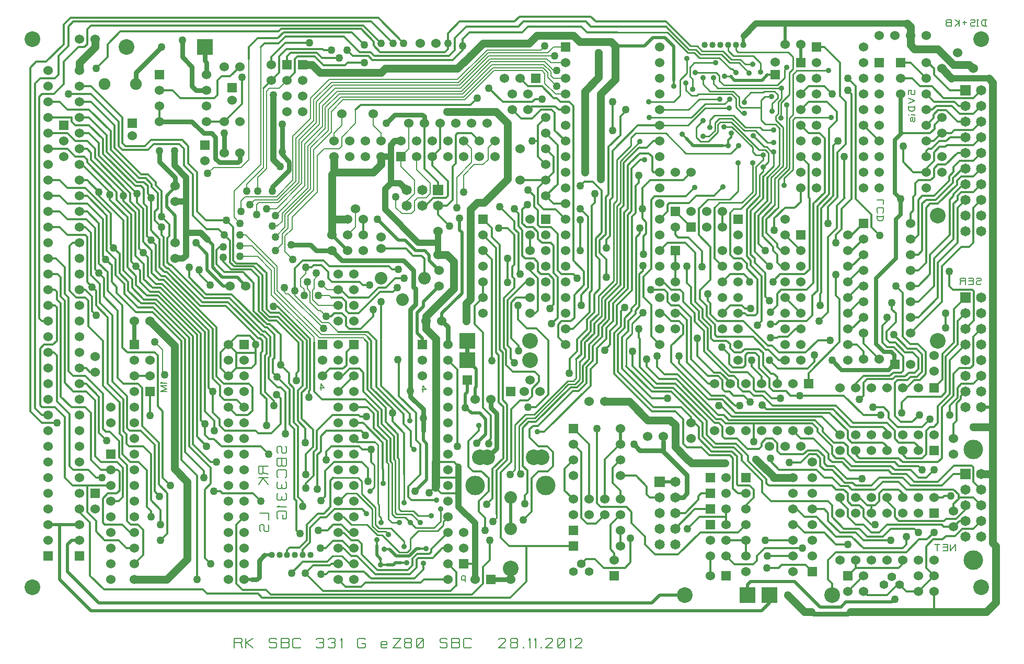
<source format=gbr>
G70*
%FSLAX25Y25*%
%ADD11C,0.01200*%
%ADD12C,0.01000*%
%ADD13C,0.05000*%
%ADD14C,0.02000*%
%ADD15C,0.00800*%
%ADD16C,0.03000*%
%ADD17C,0.04000*%
%ADD18C,0.02500*%
%ADD19C,0.06000*%
%ADD20C,0.08000*%
%ADD21C,0.04000*%
%ADD22R,0.06000X0.06000*%
%ADD23C,0.10000*%
%ADD24C,0.05500*%
%ADD25R,0.10000X0.10000*%
%ADD26R,0.06500X0.06500*%
%ADD27C,0.06500*%
%ADD28C,0.07500*%
%ADD29C,0.12500*%
%ADD30C,0.00600*%
%ADD31C,0.05000*%
%ADD32C,0.03500*%
D11*
X567500Y510000D02*
X562206Y504706D01*
X562206Y493125*
X567519Y487812*
X567519Y439684*
X572519Y434683*
X572519Y419995*
X570957Y418432*
X570957Y416870*
X413750Y650625D02*
X413750Y633750D01*
X402500Y622500*
X674401Y515001D02*
X674713Y515001D01*
X674714Y515000*
X683125Y515000*
X685000Y513125*
X685000Y507500*
X687500Y505000*
X692500Y505000*
X700000Y497500*
X700000Y470625*
X710625Y460000*
X717500Y460000*
X720000Y457500*
X720000Y451875*
X721875Y450000*
X724716Y450000*
X727220Y447497*
X733779Y447497*
X737842Y443434*
D12*
X757843Y643759D02*
X717216Y643759D01*
X714403Y646572*
X714403Y650322*
D11*
X338125Y575000D02*
X338125Y571875D01*
X345625Y564375*
X345625Y536875*
X351250Y531250*
X351250Y521875*
X356875Y516250*
X361874Y516250*
X390000Y488124*
X390000Y437504*
X396258Y431246*
X396258Y425000*
D13*
X837500Y685000D02*
X840000Y682500D01*
D14*
X556268Y439684D02*
X556268Y439996D01*
D11*
X409998Y464998D02*
X410000Y465000D01*
X410000Y472500*
X410000Y474373*
X410313Y474686*
D15*
X358125Y481875D02*
X363125Y476875D01*
X363125Y461875*
X364375Y460625*
D11*
X690000Y530000D02*
X690000Y540000D01*
D13*
X892500Y353468D02*
X894414Y351553D01*
X894414Y315301*
X888489Y309375*
X855000Y309375*
D11*
X825000Y382500D02*
X825000Y380000D01*
X830000Y375000*
X830000Y370000*
X832500Y367500*
X861608Y367500*
X862850Y368742*
X869100Y368742*
X874867Y374508*
X874867Y377633*
X875000Y377500*
X635000Y381250D02*
X635000Y416250D01*
X625000Y426250*
X597500Y540000D02*
X597500Y550000D01*
X290000Y615000D02*
X302500Y615000D01*
X307500Y610000*
X315000Y610000*
X320000Y605000*
X320000Y599375*
X342500Y576875*
X342500Y571250*
X348125Y565625*
X348125Y541250*
X350625Y538750*
D12*
X718466Y636884D02*
X705340Y636884D01*
X705344Y636880*
X698465Y630000*
X680000Y630000*
D11*
X415000Y370000D02*
X410009Y365009D01*
X410009Y327489*
X414072Y323426*
X429073Y323426*
X432198Y320301*
X560331Y320301*
X567519Y327489*
X567519Y338115*
X571894Y342490*
X571894Y354991*
X669088Y566879D02*
X669088Y560629D01*
X671588Y558129*
X671588Y550941*
X669713Y549066*
X669713Y537815*
D16*
X521251Y450308D02*
X521251Y446886D01*
X529375Y438763*
X529375Y433121*
D11*
X697527Y530002D02*
X697527Y519376D01*
X700027Y516876*
X700027Y506563*
X705027Y501563*
X705027Y495937*
X710653Y490312*
X710653Y477186*
X725341Y462498*
X735967Y462498*
X740030Y458435*
X740030Y451559*
X741592Y449997*
X747218Y449997*
X751593Y445622*
X757218Y445622*
X509703Y436559D02*
X509703Y430933D01*
X517203Y423433*
X517203Y397181*
D12*
X517203Y379055D01*
D11*
X840000Y557500D02*
X840000Y563750D01*
X841875Y565625*
X841875Y574375*
X843125Y575625*
X843125Y583125*
X845000Y585000*
X852855Y585000*
X852849Y585005*
X855037Y587193*
X855037Y592506*
X857537Y595006*
X862544Y595006*
X870038Y602500*
X875000Y602500*
X723779Y607194D02*
X723779Y610632D01*
X725654Y612507*
X725654Y615007*
D15*
X446250Y534375D02*
X441250Y539375D01*
X441250Y549375*
X445625Y553750*
X445625Y561250*
X461875Y577500*
X461875Y600625*
X466250Y605000*
X475625Y605000*
X477500Y606875*
X477500Y612500*
X486250Y621250*
X486250Y630000*
D11*
X489375Y633125D01*
X559375Y633125*
X563750Y637500*
X605000Y636875D02*
X600625Y636875D01*
X598750Y635000*
X580000Y635000*
X571250Y643750*
D13*
X472500Y590000D02*
X472500Y600000D01*
D11*
X875000Y612500D02*
X865350Y612500D01*
X862857Y610007*
X858475Y610007*
X853474Y605007*
X851287Y605007*
X850000Y603720*
X850000Y600000*
X310000Y375000D02*
X309375Y375000D01*
X309375Y373750*
X316875Y366250*
X316875Y332500*
X325625Y323750*
X388758Y323750*
X391581Y320926*
X424072Y320926*
X426572Y318426*
X584676Y318426*
X595000Y328750*
X595000Y351250*
D13*
X556875Y495000D02*
X556875Y506545D01*
X559375Y509045*
X559375Y566250*
X563750Y570625*
X568125Y570625*
X583125Y585625*
X583125Y621250*
X575625Y628750*
X544375Y628750*
D11*
X875000Y490000D02*
X880351Y495351D01*
X880351Y514063*
X879413Y515001*
X867225Y515001*
X864725Y517501*
X864725Y526877*
X310000Y555000D02*
X313750Y555000D01*
X317500Y551250*
X317500Y524375*
X323125Y518750*
X323125Y506875*
X331250Y498750*
X331250Y456250*
X340317Y447183*
X340317Y426870*
X342192Y424995*
X349068Y424995*
X358125Y415938*
X358125Y386250*
X361250Y383125*
D12*
X724404Y630946D02*
X709090Y630946D01*
X698144Y620000*
X680000Y620000*
D15*
X464375Y518750D02*
X468125Y515000D01*
X475000Y515000*
D11*
X464075Y380305D02*
X466887Y383118D01*
X466887Y399369*
X472513Y404994*
X490014Y404994*
X494077Y400931*
X494077Y392806*
D13*
X632500Y615632D02*
X632500Y641875D01*
X641250Y650625*
X641250Y666250*
D11*
X361250Y622500D02*
X361250Y632500D01*
X303125Y640000D02*
X317500Y640000D01*
X335000Y622500*
X335000Y606875*
X337500Y604375*
X353750Y604375*
X357500Y608125*
X373750Y608125*
X376875Y605000*
X376875Y594375*
X382500Y588750*
X382500Y562500*
X391250Y553750*
X398750Y553750*
X402500Y550000*
X567500Y510000D02*
X567500Y520000D01*
D14*
X750000Y320000D02*
X750000Y315000D01*
X745000Y310000*
X317500Y310000*
X297500Y330000*
X297500Y365000*
D11*
X607500Y615000D02*
X615000Y607500D01*
X615000Y582500*
X607500Y575000*
X491250Y560000D02*
X491250Y550000D01*
X607500Y585000D02*
X591250Y585000D01*
D14*
X539375Y517500D02*
X529375Y507500D01*
X529375Y504375*
X525314Y500314*
X525314Y487499*
X526891Y485921*
X310000Y355000D02*
X305000Y355000D01*
X302500Y352500*
X302500Y335000*
X322500Y315000*
X675000Y315000*
X680000Y320000*
X696250Y320000*
D11*
X855000Y332500D02*
X850000Y337500D01*
X850000Y351204*
X854412Y355616*
X860616Y355616*
X862804Y357804*
X868475Y357804*
X873163Y362491*
X880000Y362491*
X885000Y367492*
X885000Y367500*
D14*
X770000Y671875D02*
X770000Y660000D01*
X526891Y485921D02*
X526891Y485937D01*
X527829Y484999*
D11*
X528454Y484374D01*
D17*
X538750Y545000D02*
X538750Y552500D01*
D14*
X297500Y365000D02*
X290000Y365000D01*
D11*
X850000Y610000D02*
X854724Y610000D01*
X859884Y615160*
X860037Y615007*
D13*
X471250Y560000D02*
X471250Y588750D01*
X472500Y590000*
D11*
X322500Y577500D02*
X322500Y575000D01*
X338125Y559375*
X338125Y527500*
X343750Y521875*
X343750Y516250*
X351250Y508750*
X359062Y508750*
X382500Y485312*
X382500Y416250*
X393750Y405000*
X397500Y405000*
X855000Y452500D02*
X860350Y457850D01*
X860350Y474061*
X867850Y481561*
X867850Y502850*
X875000Y510000*
X597500Y510000D02*
X588457Y510000D01*
X585332Y506875*
X585332Y484061*
X590000Y479394*
X590000Y475956*
X590020Y475936*
X290000Y435000D02*
X286250Y435000D01*
X281875Y439375*
X281875Y646875*
X285000Y650000*
X294375Y650000*
X296875Y652500*
X296875Y664375*
X303125Y670625*
X303125Y683125*
X306250Y686250*
X496250Y686250*
X510000Y672500*
D17*
X837500Y685000D02*
X838125Y685000D01*
D13*
X840000Y683125D01*
X840000Y682500*
D11*
X545000Y330000D02*
X529715Y330000D01*
X527829Y328114*
X492514Y328114*
X489701Y325301*
X479699Y325301*
X475000Y330000*
X385000Y330000D02*
X385000Y396250D01*
X375000Y406250*
X375000Y482499*
X356874Y500625*
X346250Y500625*
X333750Y513125*
X333750Y516875*
X330625Y520000*
X330625Y530625*
X326875Y534375*
X395625Y386250D02*
X400001Y386250D01*
X401258Y384993*
X420635Y384993*
X425635Y379992*
D17*
X508750Y583125D02*
X508750Y600000D01*
D11*
X598750Y610000D02*
X602500Y610000D01*
X837500Y357500D02*
X837500Y352500D01*
X835000Y350000*
X810000Y350000*
X802500Y357500*
X792500Y357500*
X780000Y370000*
X772500Y370000*
X767500Y375000*
X765000Y375000*
X800000Y520000D02*
X808750Y528750D01*
X810000Y527500*
X847500Y400000D02*
X845000Y402500D01*
X832500Y402500*
X830000Y405000*
X805000Y405000*
X800000Y410000*
X800000Y415000*
X797500Y417500*
X790965Y417500*
X784095Y424370*
X784095Y426870*
X779095Y431871*
X724091Y431871*
X720962Y435000*
X717500Y435000*
X691565Y460935*
X683151Y460935*
X678463Y465623*
X678463Y472811*
X577500Y554375D02*
X583148Y554375D01*
X587520Y550003*
X587520Y530939*
X586270Y529689*
X586270Y523439*
X587520Y522189*
X587520Y516564*
X580645Y509688*
X580645Y478124*
X582207Y476561*
X582207Y467185*
X586583Y462810*
X600333Y462810*
X603146Y459997*
X603146Y456247*
X598771Y451872*
X598771Y447184*
X595958Y444371*
X590958Y444371*
X585332Y438746*
X585332Y405014*
X578750Y398431*
X578750Y356573*
X584073Y351250*
X595000Y351250*
D12*
X730342Y607194D02*
X725341Y602194D01*
X696902Y602194*
X684089Y615007*
X664712Y615007*
X661900Y612195*
X661900Y607194*
X652837Y598131*
X652837Y572192*
X650649Y570004*
X650649Y520626*
X640961Y510938*
X640961Y499375*
D11*
X636273Y494687D01*
X636273Y488437*
X630023Y482186*
X630023Y473748*
X626898Y470623*
D12*
X626898Y458747D01*
X625022Y456872*
X621585Y456872*
X600021Y435308*
X594396Y435308*
X587833Y428746*
X587833Y400306*
X584707Y397181*
D11*
X750000Y508125D02*
X747500Y510625D01*
X747500Y525625*
X740625Y532500*
X740625Y535000*
X738125Y537500*
X738125Y565287*
X746280Y573442*
X746280Y587506*
D12*
X752843Y594068D01*
X752843Y602819*
D11*
X722500Y369992D02*
X722500Y365000D01*
X750625Y500625D02*
X755000Y505000D01*
X755000Y512500*
X757500Y515000*
X773750Y515000*
X778125Y519375*
X778125Y569972*
X785345Y577192*
X785345Y611882*
X782227Y615000*
X775000Y615000*
X770000Y620000*
D15*
X391875Y589375D02*
X395625Y593125D01*
X413125Y593125*
X418125Y598125*
X418125Y662500*
D11*
X418125Y670000D01*
X423750Y675625*
X436562Y675625*
X440323Y679386*
X483764Y679386*
X491889Y671261*
X310000Y625000D02*
X316250Y625000D01*
X327500Y613750*
X327500Y603125*
X346875Y583750*
X351250Y583750*
X353750Y581250*
X353750Y576250*
X355625Y574375*
X355625Y573750*
X645024Y476561D02*
X648461Y479999D01*
X648461Y488749*
X652837Y493125*
X652837Y505000*
X662525Y514688*
X662525Y561879*
X664712Y564067*
X664712Y581280*
X666875Y583443*
X666875Y588125*
X554375Y670625D02*
X554375Y675000D01*
X558750Y679375*
X592500Y679375*
X596250Y683125*
X630000Y683125*
X633750Y679375*
X653149Y679375*
D12*
X685026Y679375D01*
X698141Y666260*
X702215Y666260*
X705340Y663135*
X718153Y663135*
X725341Y655947*
X726591Y655947*
X728779Y653760*
D11*
X310000Y595000D02*
X311875Y595000D01*
X329375Y577500*
X329375Y575625*
X434073Y440934D02*
X434073Y444059D01*
X428448Y449684*
X428448Y473123*
X429385Y474060*
X429385Y483749*
X426885Y486249*
X425635Y486249*
X404696Y507188*
X388443Y507188*
X366881Y528750*
X365625Y528750*
X363750Y530625*
X363750Y548750*
X362500Y550000*
X362500Y555000*
X800000Y480000D02*
X805658Y480000D01*
X810000Y475658*
X810000Y470625*
D15*
X481250Y550000D02*
X486250Y555000D01*
X486250Y566875*
D12*
X715653Y660010D02*
X702215Y660010D01*
X699402Y657197*
X699402Y651260*
X701277Y649384*
X701277Y643134*
D15*
X429375Y566875D02*
X435625Y566875D01*
X451875Y583125*
X451875Y609375*
X463125Y620625*
X463125Y633750*
X473125Y643750*
X553125Y643750*
X571875Y662500*
X608125Y662500*
X610625Y660000*
X620000Y660000*
D11*
X315000Y390000D02*
X330000Y390000D01*
D15*
X433125Y555625D02*
X436250Y555625D01*
X439375Y558750*
X439375Y563750*
X455625Y580000*
X455625Y606875*
X466875Y618125*
X466875Y631250*
X475625Y640000*
X554375Y640000*
X573125Y658750*
X606250Y658750*
X610625Y654375*
X610625Y651875*
X612500Y650000*
X620000Y650000*
D11*
X485000Y350000D02*
X482504Y350000D01*
X477826Y354678*
X471888Y354678*
X467200Y349991*
X463762Y349991*
X310000Y465000D02*
X314375Y465000D01*
X316875Y462500*
X320000Y462500*
D15*
X555000Y610000D02*
X560000Y605000D01*
X560000Y596250*
X550625Y586875*
X550625Y567500*
D11*
X355625Y573750D02*
X355625Y553125D01*
X361250Y547500*
X361250Y529375*
X364375Y526250*
X365631Y526250*
X387193Y504688*
X403446Y504688*
X424072Y484061*
X425322Y484061*
X426885Y482499*
X426885Y475623*
X425948Y474686*
X425948Y448732*
X429385Y445294*
X429385Y428433*
X329375Y575625D02*
X329375Y572500D01*
X340625Y561250*
X340625Y529375*
X346250Y523750*
X346250Y518125*
X353125Y511250*
X359999Y511250*
X385000Y486249*
X385000Y421252*
X391258Y414995*
X680000Y590000D02*
X676276Y590000D01*
X675338Y590938*
X675338Y600006*
X673150Y602194*
X667525Y602194*
X661587Y596256*
X661593Y596256*
X659712Y594375*
X659712Y566567*
X657524Y564379*
X657524Y516876*
X647836Y507188*
X647836Y495937*
X643461Y491562*
X643461Y484999*
X637523Y479061*
X637523Y469686*
X633460Y465623*
X633460Y455310*
X628460Y450309*
X624710Y450309*
X602521Y428120*
X599396Y428120*
X597208Y425933*
X597208Y420620*
X602834Y414995*
X608459Y414995*
X612209Y411244*
X612209Y402494*
X608771Y399056*
X602834Y399056*
X598458Y394681*
X598458Y373430*
X593145Y368117*
X591250Y650000D02*
X596250Y645000D01*
X605000Y645000*
X612500Y637500*
X614375Y637500*
X616875Y635000*
X622500Y635000*
X625000Y632500*
X625000Y533750*
X631875Y526875*
X631875Y518125*
X625625Y511875*
X625625Y497165*
X623460Y495000*
X617522Y495000*
X615334Y492812*
X615334Y484666*
X620000Y480000*
X310000Y455000D02*
X314375Y455000D01*
X322500Y446875*
X322500Y423750*
X327500Y418750*
X700000Y432500D02*
X700000Y430000D01*
D14*
X471250Y550000D02*
X481250Y540000D01*
D11*
X722500Y369992D02*
X722500Y375000D01*
X680000Y480000D02*
X674713Y485287D01*
X674713Y505313*
X669713Y510313*
X669713Y523439*
X674713Y528439*
X674713Y572505*
X676901Y574692*
X696902Y574692*
X702527Y580318*
D15*
X435000Y548750D02*
X441250Y555000D01*
X441250Y563125*
X457500Y579375*
X457500Y605625*
X468750Y616875*
X468750Y630000*
X476875Y638125*
X555000Y638125*
X573750Y656875*
X605625Y656875*
X608750Y653750*
X608750Y650625*
X614375Y645000*
D11*
X805000Y452500D02*
X805000Y455000D01*
X810000Y460000*
X826913Y460000*
X829098Y462185*
X834098Y462185*
X835348Y463435*
X835348Y472498*
X829410Y478436*
X825035Y478436*
X822187Y481284*
X822187Y492187*
X825000Y495000*
X825000Y497500*
D13*
X651875Y670625D02*
X649062Y673438D01*
X629062Y673438*
X625000Y677500*
X601875Y677500*
X596875Y672500*
X567500Y672500*
X559375Y664375*
D11*
X742500Y492500D02*
X745000Y495000D01*
X745000Y523750*
X738125Y530625*
X738125Y533750*
X735625Y536250*
X735625Y566537*
X743780Y574692*
D12*
X743780Y588443D01*
X745968Y590631*
X745968Y593443*
X749405Y596881*
X749405Y602506*
X747530Y604382*
X743467Y604382*
X725654Y622195*
X718778Y622195*
X717216Y620633*
X717216Y615632*
X711278Y609694*
X706278Y609694*
X703465Y612507*
X703465Y618757*
X707840Y623133*
D11*
X405000Y460000D02*
X409998Y464998D01*
X422510Y479999D02*
X422510Y479686D01*
X539080Y386868D02*
X540486Y385462D01*
D13*
X471250Y560000D02*
X481250Y560000D01*
D16*
X690000Y382500D02*
X695000Y382500D01*
X697500Y385000*
X697500Y396875*
X682500Y411875*
X682500Y412500*
D11*
X833125Y326875D02*
X837500Y322500D01*
X845000Y322500*
D16*
X529375Y433121D02*
X529375Y425000D01*
D14*
X529375Y419074D01*
X531579Y416870*
X531579Y393743*
X524079Y386243*
D11*
X782500Y505000D02*
X782500Y512500D01*
X783125Y513125*
X783125Y567159*
X790944Y574979*
X790944Y607194*
X793750Y610000*
X625000Y416250D02*
X630000Y411250D01*
X630000Y369390*
X633773Y365617*
X639367Y365617*
X645000Y371250*
D12*
X752843Y609069D02*
X748780Y609069D01*
X741280Y616570*
X734092Y616570*
X726279Y624383*
X718153Y624383*
X715341Y621570*
X715341Y616882*
X711590Y613132*
X707840Y613132*
X534392Y370617D02*
X526266Y370617D01*
X523141Y373742*
X515016Y373742*
X513765Y374992*
X513765Y407182*
X513140Y407807*
D11*
X513140Y422808D01*
X505313Y430635*
X505313Y439698*
X493764Y451247*
X493764Y481561*
X492202Y483124*
D15*
X490951Y484375D01*
X463125Y484375*
X434375Y513125*
X434375Y528750*
X420000Y543125*
X412500Y543125*
D12*
X517203Y350928D02*
X517203Y354366D01*
X508765Y362804*
X500952Y362804*
X498764Y364991*
X498764Y375930*
X490014Y384680*
X490014Y392806*
X487826Y394993*
X471888Y394993*
D11*
X470013Y393118D01*
X470013Y376242*
X465950Y372179*
X462200Y372179*
X455012Y364991*
X455012Y354991*
X450324Y350303*
X444074Y350303*
X442539Y348769*
X442539Y345625*
X805000Y337500D02*
X832500Y337500D01*
X835000Y340000*
X835000Y342500*
D14*
X415000Y330000D02*
X420010Y330000D01*
D16*
X423145Y330000D01*
X424697Y331552*
X424697Y342178*
X428135Y345615*
D14*
X428145Y345625D01*
X432697Y345625*
D11*
X493139Y372179D02*
X490326Y374992D01*
X472825Y374992*
X467513Y369679*
X463762Y369679*
X457199Y363116*
X457199Y353741*
X452382Y348923*
X452382Y345625*
D17*
X551893Y387493D02*
X551893Y376555D01*
X562500Y365948*
X562500Y340000*
D12*
X744717Y631258D02*
X744717Y623445D01*
X747530Y620633*
X754093Y620633*
X756593Y618132*
X756593Y594693*
X748780Y586880*
X748780Y586568*
D11*
X748780Y571880D01*
X740625Y563724*
X740625Y539375*
X750000Y530000*
X820347Y549691D02*
X815000Y555038D01*
X815000Y563125*
X805000Y573125*
X805000Y645000*
X800000Y650000*
X345000Y340000D02*
X350625Y345625D01*
X350625Y361871*
X347505Y364991*
X342817Y364991*
X340317Y367492*
X340317Y403119*
X335317Y408119*
X335317Y418437*
X329379Y424375*
X326875Y424375*
X325000Y426250*
X325000Y448750*
X313750Y460000*
X306250Y460000*
X303125Y463125*
X303125Y510000*
X300625Y512500*
X300625Y529375*
X295000Y535000*
X290000Y535000*
D17*
X551893Y387493D02*
X551893Y394993D01*
D16*
X391250Y642500D02*
X384375Y642500D01*
X381875Y645000*
X381875Y657500*
X375625Y663750*
X375625Y674375*
D11*
X817500Y365000D02*
X815000Y365000D01*
X810000Y370000*
X810000Y375000*
X807500Y377500*
X802500Y377500*
X800000Y380000*
X800000Y385000*
X797500Y387500*
X792500Y387500*
X790000Y390000*
X749711Y390000*
X748155Y391556*
X748155Y394056*
X736592Y405619*
X736592Y409062*
X728779Y416875*
X715625Y416875*
X710000Y422500*
X710000Y431250*
X688750Y452500*
X676875Y452500*
X662837Y466538*
X662837Y475623*
X475000Y340000D02*
X470648Y340000D01*
X469700Y339052*
X459074Y339052*
X454074Y334052*
D15*
X472500Y610000D02*
X472500Y615000D01*
X477500Y620000*
X477500Y627500*
D11*
X545000Y340000D02*
X550330Y334670D01*
X550330Y325927*
X550018Y325927*
X546893Y322801*
X465325Y322801*
X454074Y334052*
X310000Y575000D02*
X315000Y575000D01*
X327500Y562500*
X327500Y540000*
X333125Y534375*
X333125Y524375*
X338750Y518750*
X338750Y512500*
X347500Y503750*
X357186Y503750*
X377500Y483436*
X377500Y411250*
X389375Y399375*
X389375Y395000*
D13*
X531250Y495000D02*
X531250Y490000D01*
X537500Y483750*
X537500Y389664*
X537204Y389368*
D11*
X504390Y349366D02*
X507828Y349366D01*
D14*
X512203Y344990D01*
X520328Y344990*
X525016Y349678*
X527204Y349678*
D11*
X530954Y349678D01*
D12*
X757843Y643759D02*
X757843Y637196D01*
X755656Y635009*
X755656Y627508*
X754093Y625945*
X754093Y623445*
X758781Y618757*
X758781Y594068*
X751280Y586568*
X751280Y570629*
D11*
X743125Y562474D01*
X743125Y544375*
X747500Y540000*
D17*
X378125Y551250D02*
X387564Y551250D01*
X391624Y547190*
D14*
X395008Y543806D01*
X395008Y529367*
X401250Y523125*
X410625Y523125*
X416250Y517500*
D11*
X777500Y335000D02*
X773135Y339365D01*
X757843Y339365*
X755968Y337490*
X748468Y337490*
X502202Y339365D02*
X502202Y343115D01*
D14*
X499702Y345615D01*
X499702Y351866*
D11*
X499702Y355303D01*
X655000Y381250D02*
X655000Y386875D01*
X650000Y391875*
X650000Y401250*
X655000Y406250*
D12*
X669400Y500313D02*
X662525Y493437D01*
X662525Y487187*
X658775Y483436*
X658775Y466248*
D11*
X658775Y466225D01*
X675000Y450000*
X687500Y450000*
X707500Y430000*
X707500Y421250*
X714375Y414375*
X727500Y414375*
X732500Y409375*
X732500Y405937*
X745319Y393118*
X745319Y385641*
X750960Y380000*
X787500Y380000*
X790000Y377500*
X790000Y370000*
X797500Y362500*
X807500Y362500*
X812500Y357500*
X822500Y357500*
X827500Y362500*
X842500Y362500*
X845000Y360000*
D16*
X545000Y480000D02*
X545000Y491250D01*
X541250Y495000*
D11*
X765000Y425000D02*
X770005Y419995D01*
X778157Y419995*
X787845Y410307*
X787845Y407182*
X790033Y404994*
X796283Y404994*
X801596Y399681*
X825979Y399681*
X828160Y397500*
X837500Y397500*
X842500Y392500*
X857500Y392500*
X867806Y402806*
X879062Y402806*
X880000Y401869*
X880000Y392500*
X885000Y387500*
D17*
X371250Y535000D02*
X376250Y535000D01*
X378125Y536875*
X378125Y551250*
D13*
X765000Y395000D02*
X752843Y395000D01*
X753152Y395309*
X741592Y406869*
D11*
X310000Y585000D02*
X315000Y585000D01*
X322500Y577500*
D13*
X355000Y495000D02*
X370625Y479375D01*
X370625Y400625*
X378750Y392500*
X378750Y343125*
X365625Y330000*
X345000Y330000*
D11*
X485000Y420000D02*
X485014Y420000D01*
X487206Y417807*
X498452Y417807*
D12*
X500327Y415932D01*
X500327Y378430*
X500952Y377805*
X500952Y370867*
X502452Y369367*
X502452Y366242*
D11*
X541580Y384993D02*
X541892Y384993D01*
X655000Y371250D02*
X648750Y365000D01*
X648750Y349375*
X651250Y346875*
X651250Y342500*
X551893Y394993D02*
X537204Y394993D01*
X475000Y515000D02*
X476875Y515000D01*
X481875Y510000*
X494375Y510000*
X500626Y516251*
X505327Y516251*
X511578Y522501*
X517203Y522501*
X290000Y525000D02*
X296250Y525000D01*
X298125Y523125*
X298125Y510625*
X300625Y508125*
X300625Y455625*
X306250Y450000*
X314375Y450000*
X320000Y444375*
X320000Y408750*
X323750Y405000*
X334067Y405000*
X337819Y401248*
X337819Y382819*
X335000Y380000*
X330000Y380000*
X290000Y585000D02*
X297500Y585000D01*
X302500Y580000*
X313750Y580000*
X330000Y563750*
X330000Y543750*
X331875Y541875*
D17*
X551893Y394993D02*
X551893Y402181D01*
D11*
X549080Y404994D01*
X537204Y404994*
D13*
X537204Y394993D01*
X537204Y389368*
D11*
X780000Y670000D02*
X785000Y670000D01*
X795000Y660000*
X795000Y638750*
X798750Y635000*
X798750Y608131*
X793471Y602852*
X793471Y574096*
X787500Y568125*
X787500Y557500*
D12*
X745968Y600944D02*
X741592Y600944D01*
X739405Y603131*
X739405Y605944*
X726279Y619070*
X721279Y619070*
D11*
X760000Y470000D02*
X756281Y470000D01*
X749407Y476874*
X747843Y476874*
X739717Y484999*
X716591Y484999*
X715341Y486249*
X715341Y492812*
X710028Y498125*
X710028Y504688*
X705653Y509063*
X705653Y514688*
X712528Y521564*
X712528Y542503*
X705027Y550003*
X705027Y567192*
D12*
X710653Y572817D01*
X724716Y572817*
X730029Y578130*
X730029Y595944*
X540330Y374992D02*
X540330Y367179D01*
X536267Y363116*
X524342Y363116*
X521217Y366242*
D16*
X585000Y330000D02*
X572500Y330000D01*
D11*
X885000Y572500D02*
X880000Y567500D01*
X880000Y545000*
X877500Y542500*
X872500Y542500*
X860000Y530000*
X860000Y507500*
X840000Y487500*
X568769Y361554D02*
X568769Y369367D01*
X564706Y373430*
X564706Y379992*
X570957Y386243*
X570957Y394681*
X566581Y399056*
X561268Y399056*
X558143Y402181*
X558143Y418432*
X564706Y424995*
X564706Y428433*
X535000Y600000D02*
X535000Y594375D01*
X545000Y584375*
X545000Y575000*
X543750Y573750*
X535625Y573750*
X530625Y568750*
X528750Y568750*
D15*
X465637Y490312D02*
X443449Y512501D01*
X441874Y512501*
X440625Y513750*
X440625Y516250*
D11*
X620000Y560000D02*
X613750Y566250D01*
X606250Y566250*
X602500Y570000*
X602500Y580000*
X607500Y585000*
D16*
X682500Y412500D02*
X682500Y418125D01*
D11*
X682500Y421250D01*
X485000Y430000D02*
X485004Y429996D01*
X490951Y429996*
X503452Y417495*
X503452Y400619*
X503765Y400306*
X503765Y391243*
X438448Y467185D02*
X443761Y461873D01*
X443761Y455310*
X446886Y452184*
X446886Y430308*
X449386Y427808*
X449386Y382805*
X452512Y379680*
X452512Y376867*
X362500Y561875D02*
X367500Y556875D01*
X367500Y549375*
X366250Y548125*
X366250Y532500*
X368125Y530625*
X368756Y530625*
X389693Y509688*
X405946Y509688*
X427197Y488437*
X428448Y488437*
X431885Y484999*
X431885Y472810*
X430948Y471873*
X430948Y458435*
X436573Y452810*
X438448Y452810*
X441573Y449684*
X441573Y423120*
X607500Y585000D02*
X612500Y590000D01*
X612500Y600000*
X607500Y605000*
X567500Y560000D02*
X573125Y554375D01*
X573125Y548750*
X578125Y543750*
X578125Y476893*
X580020Y474998*
X580020Y444684*
X582832Y441871*
X582832Y406244*
X576269Y399681*
X576269Y371867*
D12*
X576269Y369679D01*
X573769Y367179*
D11*
X310000Y635000D02*
X317500Y635000D01*
X332500Y620000*
X332500Y605625*
X349375Y588750*
X353750Y588750*
X358750Y583750*
X358750Y581875*
X362500Y578125*
X362500Y561875*
D12*
X545000Y370000D02*
X542179Y367179D01*
X542179Y364653*
X538454Y360929*
X525954Y360929*
X520953Y355928*
X520953Y349366*
X519078Y347490*
X514078Y347490*
X503140Y358429*
X500015Y358429*
X493452Y364991*
X483462Y364991*
X478451Y370002*
X475002Y370002*
X475000Y370000*
D11*
X442500Y658750D02*
X442511Y658761D01*
X442511Y664073*
X444688Y666250*
X461575Y666250*
X464689Y663135*
X475638Y663135*
X502202Y339365D02*
X505952Y339365D01*
D14*
X510328Y339365D01*
X511578Y340615*
X515016Y340615*
D11*
X518766Y340615D01*
X461887Y387805D02*
X461887Y409682D01*
X464075Y411869*
X464075Y421558*
X467513Y424995*
X489701Y424995*
X492514Y422183*
D17*
X508750Y583125D02*
X505000Y579375D01*
X505000Y566250*
X526250Y545000*
X538750Y545000*
D11*
X512828Y516564D02*
X510015Y513751D01*
X501876Y513751*
X488125Y500000*
X481875Y500000*
X480000Y501875*
X480000Y507500*
X477500Y510000*
X470625Y510000*
D15*
X469375Y511250D01*
X462500Y511250*
D12*
X752843Y602819D02*
X752843Y603131D01*
D11*
X569706Y378117D02*
X573457Y381868D01*
X573457Y400619*
X580332Y407494*
X580332Y440309*
X577519Y443121*
X577519Y473123*
X575625Y475018*
X575625Y541875*
X567500Y550000*
X480625Y668125D02*
X484375Y664375D01*
X494389Y664375*
X496889Y661875*
X548125Y661875*
X554375Y668125*
X554375Y670625*
X680000Y620000D02*
X666250Y620000D01*
X650000Y603750*
X650000Y574043*
X648461Y572505*
X648461Y549378*
X646274Y547190*
X646274Y541878*
X589708Y505000D02*
X589708Y495937D01*
X595333Y490312*
X601583Y490312*
X609084Y482811*
X609084Y448122*
X600958Y439996*
X595958Y439996*
X290000Y555000D02*
X297500Y555000D01*
X302500Y550000*
X313750Y550000*
X315000Y548750*
X315000Y520000*
X318125Y516875*
X810000Y332500D02*
X800000Y322500D01*
X541580Y384993D02*
X541892Y384993D01*
D17*
X371250Y571250D02*
X376875Y571250D01*
X378125Y570000*
D12*
X739405Y595944D02*
X739405Y577505D01*
X732529Y570629*
X718125Y570629*
X715000Y567504*
D11*
X715000Y535000D01*
X720000Y530000*
D14*
X585000Y382500D02*
X585000Y362500D01*
D17*
X562500Y330000D02*
X562500Y340000D01*
D11*
X792533Y524689D02*
X792533Y511251D01*
X794721Y509063*
X794721Y481596*
X775000Y461875*
X775000Y455000*
D12*
X521217Y366242D02*
X517779Y369679D01*
X511578Y369679*
X509390Y371867*
X509390Y404369*
X508765Y404994*
D11*
X508296Y405463D01*
X508296Y420151*
X500327Y428120*
X500327Y437184*
X492511Y445000*
X464696Y445000*
X459700Y449997*
X459700Y481249*
D15*
X459700Y484675D01*
X432500Y511875*
X432500Y527500*
X423750Y536250*
X412500Y536250*
D11*
X290000Y565000D02*
X297500Y565000D01*
X302500Y560000*
X314375Y560000*
X320000Y554375*
X320000Y528125*
X322500Y525625*
X393750Y340000D02*
X390000Y343750D01*
X390000Y387500*
X393750Y391250*
X393750Y401250*
X380000Y415000*
X380000Y484374*
X358124Y506250*
X349375Y506250*
X341250Y514375*
X341250Y520000*
X335625Y525625*
X335625Y538125*
X331875Y541875*
X599764Y407933D02*
X604685Y407933D01*
X467513Y406557D02*
X467513Y411869D01*
X470638Y414995*
X488451Y414995*
X490326Y413120*
X496264Y413120*
X690000Y500000D02*
X693125Y500000D01*
X697500Y495625*
X697500Y468750*
X711250Y455000*
X715000Y455000*
D16*
X402500Y615000D02*
X402500Y602500D01*
D11*
X690000Y362500D02*
X702500Y375000D01*
X712500Y375000*
X720000Y500000D02*
X725000Y505000D01*
X732500Y505000*
X734375Y503125*
X738125Y503125*
D16*
X371250Y581250D02*
X371250Y586875D01*
X361250Y596875*
X361250Y603750*
D14*
X526891Y485921D02*
X528439Y484374D01*
X528454Y484374*
D11*
X485000Y440000D02*
X493760Y440000D01*
X497827Y435933*
X497827Y426870*
X505952Y418745*
X505952Y404994*
D12*
X507203Y403744D01*
X507203Y368429*
X509390Y366242*
X514078Y366242*
D11*
X310000Y645000D02*
X317500Y645000D01*
X337500Y625000*
X337500Y608750*
X339375Y606875*
X351875Y606875*
X355625Y610625*
X375625Y610625*
X379375Y606875*
X379375Y595625*
X385000Y590000*
X385000Y565000*
X390625Y559375*
X403750Y559375*
X795000Y422500D02*
X783442Y434058D01*
X725966Y434058*
X719091Y440934*
X717841Y440934*
D13*
X892500Y397500D02*
X885000Y397500D01*
D12*
X721591Y651260D02*
X725341Y651260D01*
D14*
X727841Y648759D01*
X745290Y648759*
X748780Y652250*
D11*
X753750Y652250D01*
X545000Y360000D02*
X534392Y349392D01*
X534392Y347490*
X533142Y346240*
X525329Y346240*
X522516Y343428*
X522516Y339052*
X519391Y335927*
X500015Y335927*
X490014Y345928*
X490014Y352803*
X487826Y354991*
X483451Y354991*
X478763Y359679*
X475321Y359679*
X475000Y360000*
X390008Y429371D02*
X390008Y422495D01*
X392820Y419682*
X395946Y419682*
X400633Y414995*
X425947Y414995*
X430949Y409993*
X430635Y409993*
D15*
X412500Y550000D02*
X416250Y550000D01*
X436250Y530000*
X436250Y514375*
X464375Y486250*
X492513Y486250*
X494077Y484687*
D11*
X496264Y482499D01*
X496264Y452497*
X509703Y439059*
X509703Y436559*
D13*
X696589Y408093D02*
X690000Y414682D01*
X690000Y428750*
X686875Y431875*
X672500Y431875*
X660625Y443750*
X645000Y443750*
D11*
X578125Y568125D02*
X587500Y558750D01*
X587500Y553750*
X590000Y551250*
X590000Y526250*
X591250Y525000*
X310000Y605000D02*
X315000Y605000D01*
X317500Y602500*
X317500Y598125*
X338125Y577500*
X338125Y575000*
D14*
X528454Y484374D02*
X528750Y484078D01*
X528750Y480000*
D16*
X362500Y670000D02*
X351875Y659375D01*
X346250Y653750*
X346250Y646250*
D11*
X529391Y340302D02*
X529391Y336240D01*
X523766Y330614*
X495952Y330614*
X491577Y334990*
X469075Y334990*
X467513Y333427*
X464075Y333427*
X290000Y605000D02*
X302500Y605000D01*
X307500Y600000*
X313125Y600000*
X315000Y598125*
X315000Y596250*
X333750Y577500*
X333750Y572500*
X343125Y563125*
X343125Y533125*
X346250Y530000*
D15*
X416875Y578125D02*
X416875Y582500D01*
X427500Y593125*
X427500Y643759*
D11*
X427505Y643755D01*
X432500Y648750*
D12*
X739717Y613445D02*
X746905Y606257D01*
X748468Y606257*
X751593Y603131*
X753156Y603131*
X752843Y602819*
D11*
X810000Y487500D02*
X810000Y480625D01*
X820000Y470625*
D12*
X761281Y633133D02*
X760969Y632821D01*
X760969Y593443*
X753468Y585943*
X753468Y569067*
D11*
X745625Y561224D01*
X745625Y549375*
X752500Y542500*
X752500Y540000*
X755000Y537500*
X755000Y532500*
X757500Y530000*
X760000Y530000*
D18*
X834411Y615007D02*
X830000Y610597D01*
X830000Y576875*
X833750Y573125*
D11*
X692527Y472811D02*
X692527Y468098D01*
X713128Y447497*
X721591Y447497*
X728154Y440934*
X730967Y440934*
D12*
X757531Y624695D02*
X757531Y634383D01*
X762844Y639696*
X762844Y653760*
X765031Y655947*
X765031Y663760*
X762219Y666573*
X730029Y666573*
X728632Y667970*
X728632Y671250*
D11*
X355625Y546875D02*
X358750Y543750D01*
X358750Y527500*
X362500Y523750*
X364694Y523750*
X397508Y490935*
X397508Y459685*
X402196Y454997*
X418134Y454997*
X420322Y452810*
X420322Y437809*
X417509Y434996*
X410004Y434996*
X405000Y440000*
D18*
X833750Y573125D02*
X833750Y563125D01*
X830625Y560000*
X830625Y535000*
X818160Y522535*
X818160Y480311*
X823160Y475311*
X827848Y475311*
X829723Y473436*
X829723Y467777*
X829862Y467638*
D15*
X461250Y525625D02*
X461250Y523125D01*
X459689Y521564*
X459689Y515615*
X458750Y514676*
X458750Y508750*
X462500Y505000*
X475000Y505000*
D13*
X840000Y682500D02*
X840000Y677500D01*
D11*
X860037Y625007D02*
X855349Y620319D01*
X855349Y617820*
X852537Y615007*
X834411Y615007*
D12*
X724716Y636884D02*
X721591Y633758D01*
X709090Y633758*
X700340Y625008*
X673463Y625008*
D18*
X833750Y640000D02*
X833750Y614695D01*
D11*
X834063Y615007D01*
X834411Y615007*
X625000Y351250D02*
X595000Y351250D01*
X735000Y355000D02*
X735000Y345000D01*
X346875Y576250D02*
X346875Y570625D01*
X350625Y566875*
X350625Y545625*
X356250Y540000*
X356250Y525625*
X360625Y521250*
X363756Y521250*
X395008Y489998*
X395008Y458435*
X399696Y453747*
X399696Y447497*
X402508Y444684*
X410321Y444684*
X415003Y440003*
X415000Y440000*
X849994Y590006D02*
X850000Y590000D01*
X435948Y448122D02*
X438448Y445622D01*
X438448Y429371*
X432510Y423433*
X424072Y423433*
X422505Y425000*
X402821Y425000*
X399383Y428438*
X399383Y432496*
X395008Y436871*
X395008Y449997*
X885000Y612500D02*
X880000Y607500D01*
X863468Y607500*
X862225Y606257*
X858475Y606257*
X855037Y602819*
X855037Y597506*
X849994Y592464*
X849994Y590006*
X841911Y590006*
X835348Y596569*
X835348Y606569*
D12*
X495327Y386243D02*
X498139Y389056D01*
X498139Y403119*
X496264Y404994*
D11*
X496264Y413120D01*
X597500Y500000D02*
X600625Y500000D01*
X602500Y501875*
X602500Y522500*
X597500Y527500*
X597500Y530000*
X781875Y495000D02*
X787500Y500625D01*
X787500Y548750*
X793125Y554375*
X793125Y568750*
X798158Y573783*
X797846Y573783*
X797846Y600006*
X447500Y514375D02*
X447500Y528750D01*
X452500Y533750*
X465625Y533750*
X469375Y530000*
X507517Y530000*
X509390Y528127*
X513453Y528127*
D17*
X551893Y387493D02*
X551893Y384993D01*
D11*
X541892Y384993D01*
D16*
X439375Y603125D02*
X439375Y601250D01*
X443750Y596875*
X443750Y591250*
X433125Y580625*
X433125Y578125*
D13*
X892500Y353468D02*
X892500Y397500D01*
D11*
X700000Y590000D02*
X695005Y585005D01*
X674088Y585005*
X669088Y580005*
X669088Y566879*
X835000Y452500D02*
X837539Y452500D01*
X842536Y457497*
X845974Y457497*
X849724Y461248*
X849724Y475311*
X844724Y480311*
X839689Y480311*
X835000Y485000*
X835000Y513125*
X830625Y517500*
D14*
X562500Y445000D02*
X562500Y452479D01*
X563144Y453122*
X563144Y464356*
X557500Y470000*
D11*
X747500Y355000D02*
X765000Y355000D01*
X355000Y460000D02*
X345000Y460000D01*
X690000Y555000D02*
X690000Y550342D01*
X691902Y548441*
X698465Y548441*
X707215Y539690*
X707215Y529689*
X892500Y397500D02*
X885000Y397500D01*
X310000Y545000D02*
X305625Y545000D01*
X303750Y543125*
X303750Y514375*
X308125Y510000*
X313750Y510000*
X315625Y508125*
X315625Y491875*
X325000Y482500*
X325000Y453750*
X335629Y443121*
X335629Y423121*
X337504Y421245*
X337504Y409994*
X342505Y404994*
X347817Y404994*
X353125Y399686*
X353125Y376250*
X355625Y373750*
X355625Y370000*
X867500Y420000D02*
X867500Y429375D01*
X869375Y431250*
X869375Y442459*
X872184Y445268*
X872184Y447184*
X875000Y450000*
D13*
X892500Y427495D02*
X892500Y440000D01*
D11*
X587520Y468436D02*
X585020Y470936D01*
X585020Y477499*
X583145Y479374*
X583145Y508438*
X594707Y520000*
X597500Y520000*
D13*
X471250Y560000D02*
X471250Y550000D01*
D11*
X620000Y490000D02*
X624711Y490000D01*
X635336Y500625*
X635336Y513126*
X636898Y514688*
X636898Y568754*
X638773Y570629*
X638773Y576255*
X690000Y520000D02*
X690000Y530000D01*
X290000Y625000D02*
X305000Y625000D01*
X305000Y622500*
X307500Y620000*
X316250Y620000*
X325000Y611250*
X325000Y601875*
X345625Y581250*
X349375Y581250*
X351250Y579375*
X351250Y570000*
X353125Y568125*
X353125Y549375*
X355625Y546875*
X885000Y602500D02*
X880000Y597500D01*
X871600Y597500*
X867538Y593437*
X867538Y590318*
X864725Y587506*
X864725Y584693*
X855032Y575000*
X847500Y575000*
X845000Y572500*
X845000Y550000*
X842500Y547500*
X840000Y547500*
D13*
X761875Y320000D02*
X772500Y309375D01*
X776875Y309375*
D16*
X778125Y308125D01*
X800000Y308125*
X801250Y309375*
X801875Y309375*
D13*
X855000Y309375D01*
D11*
X685000Y445625D02*
X675000Y445625D01*
X655962Y464663*
X655962Y484687*
X660025Y488749*
X660025Y495000*
X664712Y499687*
X664712Y501875*
X667213Y504375*
X667213Y525002*
X669400Y527189*
X669400Y530314*
X346250Y530000D02*
X348750Y527500D01*
X348750Y520000*
X355000Y513750*
X360937Y513750*
X387500Y487187*
X387500Y431878*
X390008Y429371*
X355000Y450000D02*
X355000Y434683D01*
X355005Y434683*
X540955Y384993D02*
X541580Y384993D01*
X470638Y668136D02*
X465637Y668136D01*
X465012Y668761*
X442198Y668761*
X437511Y664073*
X437511Y653761*
X432500Y648750*
D14*
X539375Y527500D02*
X533142Y533733D01*
X533142Y537190*
X530329Y540003*
X524391Y540003*
X517828Y546565*
X513435Y546565*
X500000Y560000*
D11*
X885000Y622500D02*
X879695Y617195D01*
X868163Y617195*
X865975Y615007*
X860037Y615007*
X454387Y388430D02*
X454387Y391243D01*
X459387Y396243*
X459387Y411244*
X461575Y413432*
X461575Y424995*
X471575Y434996*
X488139Y434996*
X489076Y434058*
X493139Y434058*
D14*
X406250Y517500D02*
X401875Y517500D01*
X391561Y527814*
X391561Y537814*
X384375Y545000*
D11*
X450636Y359366D02*
X448449Y361554D01*
X448449Y380305*
X447199Y381555*
X447199Y425933*
X444074Y429058*
X444074Y451559*
X436261Y459372*
X835000Y382500D02*
X835000Y385000D01*
X832500Y387500*
X822500Y387500*
X820000Y385000*
X820000Y380000*
X817500Y377500*
X815000Y377500*
X805000Y382500D02*
X807500Y382500D01*
X812500Y377500*
X815000Y377500*
D15*
X447500Y514375D02*
X447500Y511262D01*
X464700Y494062*
X469076Y494062*
X475013Y488125*
D11*
X487826Y488125D01*
X487826Y488124*
X494077Y488124*
X499390Y482811*
X499390Y453122*
X516891Y435621*
X516891Y429371*
X521578Y424683*
X521578Y414995*
X523454Y413120*
X835000Y412500D02*
X835000Y410000D01*
X837500Y407500*
X847500Y407500*
X850000Y410000*
X850000Y425000*
X852500Y427500*
X855000Y427500*
X857500Y430000*
X857500Y440897*
X865000Y448397*
X865000Y470000*
X875000Y480000*
D13*
X538750Y537502D02*
X544392Y537502D01*
X548768Y533127*
X548768Y515643*
X531250Y498125*
X531250Y495000*
D11*
X491889Y660010D02*
X480951Y660010D01*
X479388Y658447*
X465637Y658447*
X460012Y664073*
X449074Y664073*
X447511Y662510*
X447511Y653761*
X442500Y648750*
X403750Y559375D02*
X408125Y555000D01*
X408125Y533750*
X410000Y531875*
X423125Y531875*
X429375Y525625*
X429375Y502813*
X431875Y500313*
X437511Y500313*
X455012Y482811*
X455012Y452497*
X451887Y449372*
X451887Y432808*
X459074Y425620*
X459074Y414682*
X454387Y409994*
X454387Y397181*
D17*
X538750Y537502D02*
X538750Y537500D01*
D11*
X310000Y615000D02*
X316250Y615000D01*
X322500Y608750*
X322500Y600625*
X346875Y576250*
X290000Y495000D02*
X286250Y495000D01*
X284375Y496875*
X284375Y638125*
X286250Y640000*
X293750Y640000*
X300000Y646250*
X300000Y660625*
X309375Y670000*
X313125Y670000*
X315000Y671875*
X315000Y681250*
X317500Y683750*
X491250Y683750*
X502489Y672511*
X820000Y610000D02*
X810000Y620000D01*
D14*
X556268Y439996D02*
X560018Y436246D01*
X565331Y436246*
X569081Y432496*
X569081Y422808*
X563456Y417182*
D11*
X816250Y440000D02*
X823125Y440000D01*
X826250Y436875*
X826250Y433125*
X831875Y427500*
X847500Y427500*
X852500Y432500*
D16*
X445000Y543750D02*
X457500Y543750D01*
X461250Y540000*
X471250Y540000*
D11*
X570236Y407933D02*
X565315Y407933D01*
X867538Y373742D02*
X867538Y378430D01*
X870632Y381524*
X870632Y382493*
X778782Y473436D02*
X778782Y469061D01*
X774407Y464685*
X755343Y464685*
X750030Y469998*
D18*
X557500Y482500D02*
X557500Y470000D01*
D15*
X606875Y670625D02*
X604375Y668125D01*
X570000Y668125*
X551250Y649375*
X469375Y649375*
X457500Y637500*
X457500Y624375*
X446250Y613125*
X446250Y585000*
X435625Y574375*
X415625Y574375*
X413125Y571875*
X413125Y565000*
D11*
X805000Y412500D02*
X805000Y410000D01*
X807500Y407500*
X832500Y407500*
X835000Y405000*
X857500Y405000*
X860000Y407500*
X860000Y439959*
X867500Y447459*
X867500Y461250*
X871250Y465000*
X878125Y465000*
X880000Y466875*
X880000Y485000*
X885000Y490000*
X855000Y309375D02*
X855000Y322500D01*
X537204Y388743D02*
X539080Y386868D01*
D13*
X310000Y655000D02*
X310000Y660000D01*
X320000Y670000*
X320000Y675000*
D11*
X594083Y378430D02*
X594083Y383743D01*
X595646Y385305*
X595646Y399681*
X592833Y402494*
X592833Y426870*
X596583Y430621*
X601271Y430621*
X623460Y452810*
X627523Y452810*
X630960Y456247*
X630960Y466560*
X635023Y470623*
X635023Y479999*
X640961Y485937*
X640961Y492500*
X645336Y496875*
X645336Y508438*
X655024Y518126*
X655024Y566567*
X657212Y568754*
X657212Y595944*
X666900Y605632*
X671882Y605632*
X676250Y610000*
X680000Y610000*
D15*
X520000Y621250D02*
X520000Y605000D01*
X515000Y600000*
D17*
X378125Y570000D02*
X378125Y551250D01*
D11*
X533142Y385305D02*
X536579Y388743D01*
X537204Y388743*
D12*
X744405Y654072D02*
X744405Y659698D01*
X739717Y664385*
X727216Y664385*
X723711Y667891*
X723711Y671250*
D11*
X630000Y340000D02*
X633125Y343125D01*
X638750Y343125*
X644385Y337490*
X658150Y337490*
X661587Y340927*
X661587Y356241*
X885000Y642500D02*
X880000Y637500D01*
X861250Y637500*
X853750Y645000*
X846250Y645000*
X841250Y650000*
X833750Y650000*
X583145Y519689D02*
X583145Y535002D01*
D15*
X575000Y610000D02*
X570625Y605625D01*
X570625Y598125*
X567500Y595000*
X561875Y595000*
X555000Y588125*
X555000Y577500*
D12*
X393445Y518126D02*
X386570Y525002D01*
X386570Y527814*
X761281Y657197D02*
X759718Y655635D01*
X759718Y650322*
X755031Y645634*
X720966Y645634*
X718153Y648447*
X718153Y651885*
X716278Y653760*
X702840Y653760*
D11*
X760000Y510000D02*
X770000Y500000D01*
X738780Y469998D02*
X738780Y465935D01*
X745000Y459715*
X745000Y455000*
X595625Y569375D02*
X592500Y566250D01*
X592500Y557500*
X595000Y555000*
X599375Y555000*
X602500Y551875*
X602500Y547500*
X605000Y545000*
X610625Y545000*
X612500Y543125*
X612500Y525625*
X615000Y523125*
X615000Y497166*
X611272Y493437*
X540000Y621250D02*
X540000Y605000D01*
X535000Y600000*
X862537Y490624D02*
X862537Y500000D01*
D15*
X620000Y640000D02*
X613750Y640000D01*
X606875Y646875*
X606875Y653125*
X605000Y655000*
X574375Y655000*
X555625Y636250*
X478125Y636250*
X470625Y628750*
X470625Y615625*
X459375Y604375*
X459375Y578750*
X443125Y562500*
X443125Y554375*
X439375Y550625*
X439375Y544375*
X435000Y540000*
D11*
X770000Y540000D02*
X760000Y550000D01*
X422510Y474686D02*
X422510Y467810D01*
X419697Y464998*
X409998Y464998*
X422510Y474686D02*
X410313Y474686D01*
D15*
X453449Y511251D02*
X453449Y515313D01*
X451261Y517501*
X451261Y522201*
X454375Y525314*
X454375Y529375*
D11*
X458125Y529375D01*
X459375Y530625*
X464375Y530625*
X468750Y526250*
X468750Y522500*
X471250Y520000*
X488750Y520000*
X490625Y518125*
X495000Y518125*
X540955Y384993D02*
X541580Y384993D01*
X655000Y361250D02*
X655000Y351250D01*
D18*
X829862Y467638D02*
X830000Y467500D01*
D11*
X502500Y541250D02*
X518456Y541250D01*
X522829Y536877*
X528141Y536877*
X530000Y535019*
X530000Y522500*
D13*
X537204Y389368D02*
X537204Y388743D01*
D12*
X673150Y635009D02*
X689089Y635009D01*
X693152Y639071*
X693152Y649072*
X697527Y653447*
X697527Y662823*
D11*
X562500Y340000D02*
X555000Y340000D01*
X290000Y475000D02*
X293750Y475000D01*
X295625Y473125*
X295625Y443750*
X303750Y435625*
X303750Y402500*
X306250Y400000*
X315625Y400000*
X320625Y395000*
X324375Y395000*
D18*
X345000Y480000D02*
X345000Y495000D01*
D11*
X800000Y530000D02*
X802500Y530000D01*
X810000Y537500*
D14*
X541250Y495000D02*
X541250Y500000D01*
X541267Y500000*
X554080Y512813*
X554080Y551566*
X552518Y553128*
X552518Y560629*
D11*
X845000Y412500D02*
X845000Y415000D01*
X842500Y417500*
X832500Y417500*
X830000Y420000*
X830000Y425000*
X825000Y430000*
X803467Y430000*
X792533Y440934*
X752218Y440934*
X745655Y447497*
X740030Y447497*
X737530Y449997*
X733128Y449997*
X730000Y453125*
X730000Y457500*
X727500Y460000*
X724089Y460000*
X708438Y475651*
X708438Y488777*
X702500Y494714*
X702500Y500000*
X695000Y507500*
X695000Y513125*
X693125Y515000*
X687500Y515000*
X682500Y520000*
X680000Y520000*
X850000Y660000D02*
X851250Y660000D01*
X855000Y656250*
X855000Y652500*
X865000Y642500*
X875000Y642500*
X690000Y565000D02*
X700000Y555000D01*
X800000Y500000D02*
X808750Y508750D01*
X810000Y507500*
X809097Y394368D02*
X799408Y394368D01*
X791283Y402494*
X786908Y402494*
X785033Y404369*
X785033Y408744*
X781282Y412494*
X774407Y412494*
X771907Y409994*
X757218Y409994*
X755031Y412182*
X755031Y417182*
X752218Y419995*
X747843Y419995*
X745030Y417182*
X745030Y414995*
X743467Y413432*
X735967Y413432*
X729404Y419995*
X721591Y419995*
X720028Y421558*
X720028Y427808*
X717836Y430000*
X715000Y430000*
X690000Y455000*
X678125Y455000*
X667525Y465600*
X667525Y483725*
X666875Y484375*
X666875Y490000*
X795000Y382500D02*
X795000Y380000D01*
X800000Y375000*
X800000Y370000*
X805000Y365000*
X810000Y365000*
X815000Y360000*
X820000Y360000*
X825000Y365000*
X860000Y365000*
X861258Y363742*
X867538Y363742*
D12*
X667525Y609694D02*
X655024Y597194D01*
X655024Y570629*
X652837Y568442*
X652837Y519376*
X643149Y509688*
X643149Y498125*
D11*
X638461Y493437D01*
X638461Y487187*
X632523Y481249*
X632523Y472186*
X629085Y468748*
D12*
X629085Y457810D01*
X625960Y454685*
X621897Y454685*
X600333Y433121*
X595333Y433121*
X590333Y428120*
X590333Y398744*
X591583Y397494*
D13*
X892500Y440000D02*
X892500Y647500D01*
X890000Y650000*
D17*
X866250Y650000D01*
D13*
X860000Y656250D01*
D11*
X567500Y540000D02*
X573125Y534375D01*
X573125Y469705*
X573144Y469686*
D12*
X744717Y631258D02*
X732217Y631258D01*
X730654Y632821*
X730654Y638134*
X726904Y641884*
X712215Y641884*
X707840Y646259*
X707840Y650322*
X751593Y638446D02*
X747218Y638446D01*
X744717Y635946*
X744717Y631258*
D11*
X792500Y545003D02*
X792500Y550000D01*
X796250Y553750*
X796250Y566875*
X802500Y573125*
X802500Y640000*
X800000Y642500*
D14*
X310000Y365000D02*
X297500Y365000D01*
D17*
X508750Y600000D02*
X502500Y600000D01*
D11*
X748750Y345000D02*
X765000Y345000D01*
D15*
X497500Y627500D02*
X497500Y620000D01*
X502500Y615000*
X502500Y610000*
D11*
X719716Y478436D02*
X724404Y473748D01*
X724404Y467810*
X726904Y465310*
X733154Y465310*
X734717Y466873*
X734717Y473123*
X736279Y474686*
X741280Y474686*
X743467Y472498*
X743467Y464998*
X750030Y458435*
X750030Y452810*
X752530Y450309*
X760656Y450309*
X763465Y447500*
X769407Y447500*
X771250Y350000D02*
X747227Y350000D01*
X742217Y344990*
X742217Y342178*
X739717Y339677*
X727823Y339677*
X722500Y345000*
X720341Y580630D02*
X714716Y575005D01*
X703465Y575005*
X698777Y570317*
X686250Y570317*
X685000Y569067*
X685000Y565000*
X680000Y560000*
D13*
X892500Y397500D02*
X892500Y427495D01*
D11*
X607500Y625000D02*
X602500Y620000D01*
X602500Y610000*
X805000Y337500D02*
X805000Y342500D01*
X810000Y517500D02*
X807500Y517500D01*
X800000Y510000*
X752500Y520000D02*
X753750Y520000D01*
X753750Y521875*
X756875Y525000*
X772500Y525000*
X775625Y528125*
X775625Y573474*
X775032Y574067*
X775032Y594968*
X770000Y600000*
X680000Y382500D02*
X673750Y382500D01*
X671875Y384375*
X671875Y389375*
X665000Y396250*
X655000Y396250*
X640023Y426245D02*
X640023Y378742D01*
X642524Y376242*
X659087Y376242*
X662212Y373117*
X662212Y365929*
X670650Y357491*
X670650Y352491*
X677213Y345928*
X691902Y345928*
X705965Y359991*
X729991Y359991*
X735000Y365000*
X310000Y565000D02*
X315000Y565000D01*
X322500Y557500*
X322500Y531875*
X328125Y526250*
X328125Y514375*
X337500Y505000*
X337500Y478125*
X340625Y475000*
X358125Y475000*
X360000Y473125*
X360000Y440625*
X363125Y437500*
X363125Y395000*
X368125Y390000*
D17*
X538750Y537502D02*
X538750Y545000D01*
D18*
X829862Y467638D02*
X825975Y463750D01*
X796250Y463750*
X790000Y470000*
D13*
X472500Y590000D02*
X497500Y590000D01*
X502500Y595000*
X502500Y600000*
D17*
X518750Y578750D02*
X514375Y583125D01*
X508750Y583125*
D11*
X810000Y547500D02*
X801250Y538750D01*
X800000Y540000*
X807500Y445000D02*
X810000Y447500D01*
X810000Y455625*
X812500Y458125*
X828750Y458125*
X830310Y459685*
X836598Y459685*
X839098Y462185*
X842849Y462185*
X845036Y464373*
X845036Y471561*
X841599Y474998*
X836598Y474998*
X830348Y481249*
X826875Y481249*
X824688Y483436*
X824688Y488438*
X830625Y494375*
X830625Y500000*
X828125Y502500*
X828160Y502500*
X828160Y506875*
D13*
X892500Y427495D02*
X880000Y427495D01*
X721875Y404375D02*
X700307Y404375D01*
X696589Y408093*
D12*
X475000Y380000D02*
X475326Y380000D01*
X480318Y384993*
X486889Y384993*
X496889Y374992*
X496889Y364054*
X500327Y360616*
X505327Y360616*
X507203Y358741*
D11*
X456574Y446247D02*
X456574Y450309D01*
X457199Y450934*
X457199Y483749*
X436578Y504370*
X433755Y504370*
X433750Y504375*
X825000Y412500D02*
X825000Y415000D01*
X822500Y417500*
X802500Y417500*
X800000Y420000*
X800000Y424995*
X788437Y436559*
X728466Y436559*
X720028Y444997*
X711253Y444997*
X687526Y468724*
X687526Y479401*
X695000Y486875*
X695000Y492500*
X692500Y495000*
X687500Y495000*
X682500Y500000*
X680000Y500000*
X800000Y490000D02*
X802500Y490000D01*
X810000Y497500*
X821250Y435000D02*
X810000Y435000D01*
X797500Y447500*
X769407Y447500*
X850000Y630000D02*
X853787Y630000D01*
X856295Y632508*
X866600Y632508*
X871609Y627500*
X880000Y627500*
X885000Y632500*
X810000Y557500D02*
X801250Y548750D01*
X800000Y550000*
X690000Y372500D02*
X696285Y372500D01*
X704715Y380930*
X704715Y383118*
X706597Y385000*
X712500Y385000*
X765000Y365000D02*
X767500Y365000D01*
X772500Y360000*
X785000Y360000*
X792500Y352500*
X800000Y352500*
X753125Y553125D02*
X753125Y560598D01*
X760031Y567504*
X766281Y567504*
X770000Y571223*
X770000Y580000*
X700000Y432500D02*
X700000Y433750D01*
X693750Y440000*
X676250Y440000*
X653462Y462788*
X653462Y486249*
X657837Y490624*
X657837Y496875*
X662212Y501250*
X662212Y503125*
X665025Y505938*
X665025Y548441*
X667525Y550941*
X667525Y554378*
X540486Y385462D02*
X540955Y384993D01*
X310000Y515000D02*
X313750Y515000D01*
X318125Y510625*
X318125Y501250*
X320625Y498750*
X620000Y610000D02*
X613125Y616875D01*
X613125Y628125*
X611250Y630000*
X604375Y630000*
X598750Y624375*
X591875Y624375*
X586250Y630000*
X538750Y568750D02*
X538750Y563125D01*
X546250Y555625*
X545000Y470000D02*
X550955Y464045D01*
X550955Y414995*
D15*
X613125Y664375D02*
X571250Y664375D01*
X552500Y645625*
X471875Y645625*
X461250Y635000*
X461250Y621875*
X450000Y610625*
X450000Y583750*
X436875Y570625*
X424375Y570625*
X423125Y569375*
X423125Y563125*
D12*
X527516Y366242D02*
X521891Y371867D01*
X512515Y371867*
X511578Y372804*
X511578Y405932*
X511265Y406244*
D11*
X510640Y406869D01*
X510640Y421558*
X502827Y429371*
X502827Y438434*
X491264Y449997*
X491264Y462185*
X488764Y464685*
X482513Y464685*
X477828Y460000*
X475000Y460000*
D15*
X435000Y562500D02*
X453750Y581250D01*
X453750Y608125*
X465000Y619375*
X465000Y632500*
X474375Y641875*
X553750Y641875*
X572500Y660625*
X606875Y660625*
X612500Y655000*
X614375Y655000*
D11*
X402500Y622500D02*
X391250Y622500D01*
X412500Y657500D02*
X406250Y651250D01*
X400625Y651250*
X398125Y648750*
X398125Y639375*
X396250Y637500*
X374375Y637500*
X369375Y642500*
X361250Y642500*
X295625Y430000D02*
X286250Y430000D01*
X278750Y437500*
X278750Y656875*
X282500Y660625*
X288750Y660625*
X300000Y671875*
X300000Y684375*
X304375Y688750*
X500625Y688750*
X516875Y672500*
X625000Y406250D02*
X619375Y400625D01*
X619375Y386875*
X625000Y381250*
X432500Y658750D02*
X432500Y663771D01*
X432510Y663760*
X441573Y672823*
X456887Y672823*
D15*
X515000Y600000D02*
X515000Y593750D01*
X523750Y585000*
X523750Y576250*
X518750Y571250*
X518750Y568750*
D16*
X521251Y450308D02*
X521258Y450301D01*
D14*
X892500Y440000D02*
X885000Y440000D01*
D11*
X345000Y350000D02*
X340000Y350000D01*
X335000Y355000*
X326250Y355000*
X320625Y360625*
X320625Y367500*
X315000Y373125*
X315000Y390000*
D13*
X651875Y670625D02*
X651875Y670000D01*
X559375Y664375D02*
X551250Y656250D01*
X508750Y656250*
D11*
X315000Y390000D02*
X305625Y390000D01*
X300625Y395000*
X300625Y433750*
X294375Y440000*
X286250Y440000*
X285000Y441250*
X285000Y477500*
X287500Y480000*
X293125Y480000*
X295625Y482500*
X295625Y503750*
X294375Y505000*
X290000Y505000*
D12*
X789408Y625008D02*
X766594Y625008D01*
X765031Y623445*
X765031Y591881*
X759406Y586255*
X759406Y581568*
D11*
X596250Y578750D02*
X600000Y575000D01*
X600000Y568125*
X602500Y565625*
X602500Y556250*
X603750Y555000*
X610625Y555000*
X615000Y550625*
X615000Y527500*
X617500Y525000*
X625000Y525000*
X627500Y522500*
X722500Y369992D02*
X705340Y369992D01*
X697840Y362491*
X320625Y656250D02*
X328125Y663750D01*
X328125Y671875*
X336250Y680000*
X437187Y680000*
X438761Y681574*
X489701Y681574*
X497813Y673463*
X497813Y670948*
X501886Y666875*
X543125Y666875*
X545000Y668750*
X545000Y672500*
D17*
X760000Y685000D02*
X837500Y685000D01*
D11*
X350625Y538750D02*
X353750Y535625D01*
X353750Y523750*
X358750Y518750*
X362812Y518750*
X392500Y489062*
X392500Y452505*
X395008Y449997*
D16*
X361250Y622500D02*
X381875Y622500D01*
X389375Y615000*
X394375Y615000*
X396875Y612500*
X396875Y598750*
X399375Y596250*
X411250Y596250*
X412500Y597500*
X412500Y602500*
D11*
X602209Y424370D02*
X606584Y424370D01*
X635961Y453747*
X635961Y464373*
X640023Y468436*
X640023Y477811*
X645961Y483749*
X645961Y490624*
X650337Y495000*
X650337Y506250*
X659712Y515626*
X659712Y562816*
X662212Y565317*
X662212Y592506*
X667838Y598131*
X670338Y598131*
X790000Y640000D02*
X785000Y645000D01*
X775000Y645000*
X770000Y640000*
D13*
X632500Y615632D02*
X632500Y590000D01*
D15*
X418750Y569375D02*
X421875Y572500D01*
X436250Y572500*
X448125Y584375*
X448125Y611875*
X459375Y623125*
X459375Y636250*
X470625Y647500*
X551875Y647500*
X570625Y666250*
X608750Y666250*
X612500Y670000*
X620000Y670000*
D11*
X405000Y480000D02*
X410624Y485624D01*
X418759Y485624*
X422510Y481874*
X422510Y479686*
X401875Y535625D02*
X401875Y533125D01*
X406875Y528125*
X419375Y528125*
X424375Y523125*
X424375Y501563*
X430625Y495312*
X435948Y495312*
X449699Y481561*
X449699Y463123*
X448449Y461873*
X448449Y457185*
X607500Y595000D02*
X602500Y600000D01*
X602500Y610000*
X750625Y484375D02*
X755000Y484375D01*
X755625Y485000*
X761875Y485000*
X766875Y490000*
X770000Y490000*
X290000Y575000D02*
X297500Y575000D01*
X302500Y570000*
X315000Y570000*
X325000Y560000*
X325000Y536250*
X326875Y534375*
D14*
X680000Y392500D02*
X690000Y392500D01*
D16*
X682500Y412500D02*
X667500Y412500D01*
X663750Y416250*
X663750Y416557*
D11*
X760000Y540000D02*
X757500Y540000D01*
X755000Y542500*
X755000Y544375*
X748125Y551250*
X748125Y559974*
X755656Y567504*
D12*
X755656Y585318D01*
X762844Y592506*
X762844Y624695*
X765031Y626883*
X765031Y652510*
X767522Y655000*
X787845Y655000*
D15*
X455324Y520001D02*
X455324Y515626D01*
X457199Y513751*
X457199Y507188*
X462512Y501875*
X463762Y501875*
X467513Y498125*
D14*
X557500Y457500D02*
X557500Y449666D01*
X556268Y448434*
X556268Y439996*
D11*
X694402Y614382D02*
X697058Y611726D01*
D14*
X701590Y607194D01*
X720341Y607194*
D11*
X723779Y607194D01*
X712500Y332500D02*
X712500Y345000D01*
X607500Y575000D02*
X612500Y570000D01*
X620000Y570000*
X850000Y620000D02*
X854710Y624710D01*
X854710Y626868*
X857537Y629696*
X862842Y629696*
X870038Y622500*
X875000Y622500*
X502500Y507500D02*
X502500Y453762D01*
X520641Y435621*
X520641Y431246*
X833750Y660000D02*
X840000Y660000D01*
X850000Y650000*
X810000Y322500D02*
X812500Y320000D01*
X825000Y320000*
X831875Y326875*
X833125Y326875*
X540486Y385462D02*
X540955Y384993D01*
X840000Y537500D02*
X845000Y537500D01*
X847500Y540000*
X847500Y570000*
X850000Y572500*
X856282Y572500*
X867225Y583443*
X867225Y586255*
X873470Y592500*
X875000Y592500*
X855000Y400000D02*
X850000Y395000D01*
X845000Y395000*
X840000Y400000*
X830000Y400000*
X827500Y402500*
X802500Y402500*
X797500Y407500*
X792500Y407500*
X790000Y410000*
X790000Y415000*
X780657Y424343*
X780657Y426558*
X777532Y429683*
X740030Y429683*
X632523Y615945D02*
X632523Y615632D01*
X632500Y615632*
X620000Y630000D02*
X615625Y630000D01*
X613438Y632187*
X598437Y632187*
X596250Y630000*
X405000Y460000D02*
X400000Y465000D01*
X400000Y475000*
X405000Y480000*
X762844Y404681D02*
X770026Y404681D01*
X775344Y410000*
X780000Y410000*
X782500Y407500*
X782500Y402500*
X785000Y400000*
X790000Y400000*
X798132Y391868*
X803132Y391868*
X805000Y390000*
X815000Y390000*
X820000Y395000*
X835000Y395000*
X840000Y390000*
X860000Y390000*
X867500Y397500*
X875000Y397500*
D13*
X642500Y608125D02*
X642500Y640000D01*
X651875Y649375*
X651875Y670000*
D11*
X720000Y520000D02*
X725000Y525000D01*
X733750Y525000*
X737500Y521250*
X737500Y520000*
X710625Y512500D02*
X710625Y508125D01*
X712500Y506250*
X712500Y499375*
X716875Y495000*
X733468Y495000*
X749093Y479375*
X751875Y479375*
X756250Y475000*
X773157Y475000*
X780968Y482811*
X788783Y482811*
D14*
X651875Y670625D02*
X670327Y670625D01*
X675651Y675949*
X683464Y675949*
X689089Y670323*
X689089Y648759*
D11*
X689089Y645009D01*
X445324Y334052D02*
X452512Y341240D01*
X468138Y341240*
X471575Y344678*
D12*
X471888Y344990D01*
X477513Y344990*
X482503Y340000*
X485000Y340000*
D11*
X650000Y635000D02*
X650000Y616875D01*
X330000Y400000D02*
X323750Y400000D01*
X317500Y406250*
X317500Y436250*
X313750Y440000*
X305000Y440000*
X298125Y446875*
X298125Y506250*
X295625Y508750*
X295625Y513750*
X294375Y515000*
X290000Y515000*
X658462Y630008D02*
X658462Y628750D01*
X658125Y628750*
X655000Y625625*
X655000Y613750*
X647500Y606250*
X647500Y575918*
X645649Y574067*
X645649Y550316*
X641899Y546565*
X641899Y538752*
X646274Y534377*
X646274Y523126*
X855000Y382500D02*
X860670Y382500D01*
X861600Y383430*
X865663Y383430*
X462512Y361554D02*
X468450Y361554D01*
X471888Y364991*
X477201Y364991*
X482192Y360000*
X482201Y360000*
D12*
X485000Y360000D01*
D15*
X423750Y578125D02*
X423750Y586875D01*
X429375Y592500*
X429375Y641875*
X431259Y643759*
X437509Y643759*
X442500Y648750*
D11*
X545000Y350000D02*
X544981Y350000D01*
X544991Y349991*
X541580Y349991*
X535329Y343740*
X525954Y343740*
X525016Y342803*
X525016Y337802*
X520641Y333427*
X498764Y333427*
X487201Y344990*
X483451Y344990*
X478451Y349991*
X475009Y349991*
X475000Y350000*
X735000Y355000D02*
X722500Y355000D01*
X410313Y474686D02*
X405000Y479999D01*
X405000Y480000*
X345000Y360000D02*
X342500Y360000D01*
X337500Y365000*
X326250Y365000*
X325000Y366250*
X325000Y381875*
X328125Y385000*
X333750Y385000*
X335631Y386881*
X335631Y398748*
X334379Y400000*
X330000Y400000*
X735000Y375000D02*
X735000Y377493D01*
X740000Y382493*
X740000Y387500*
X737500Y390000*
X730000Y390000*
X729375Y390625*
X729375Y408750*
X726250Y411875*
X713125Y411875*
X705000Y420000*
X705000Y427500*
X700000Y432500*
X657837Y503750D02*
X655337Y501250D01*
X655337Y491874*
X650962Y487499*
X650962Y461538*
X675000Y437500*
X690000Y437500*
X695000Y432500*
X695000Y416875*
X697500Y414375*
X706875Y414375*
X711875Y409375*
X725000Y409375*
X726875Y407500*
X726875Y388125*
X730000Y385000*
X735000Y385000*
D15*
X412500Y557500D02*
X408750Y561250D01*
X408750Y578125*
X425625Y595000*
X425625Y670000*
D11*
X428125Y672500D01*
X437187Y672500*
X441573Y676886*
X478739Y676886*
X488750Y666875*
X495625Y666875*
X498125Y664375*
X545625Y664375*
X549375Y668125*
X549375Y675625*
X556875Y683125*
X590000Y683125*
X593125Y686250*
X633125Y686250*
X636250Y683125*
X684401Y683125*
D12*
X684401Y682824D01*
X698777Y668448*
X703152Y668448*
X706278Y665323*
X719403Y665323*
X724716Y660010*
X730654Y660010*
X737217Y653447*
D11*
X720000Y565000D02*
X720000Y555000D01*
D14*
X736250Y320000D02*
X736250Y326875D01*
X738125Y328750*
X766250Y328750*
X782500Y312500*
X795625Y312500*
X798750Y315625*
X828125Y315625*
X830000Y317500*
D11*
X485000Y480000D02*
X480326Y475326D01*
X480326Y466873*
X478138Y464685*
X469685Y464685*
X465000Y460000*
X740030Y418120D02*
X740030Y429683D01*
X401875Y542500D02*
X399498Y542500D01*
X397500Y540502*
X397500Y531250*
X402500Y526250*
X414375Y526250*
X421250Y519375*
X421250Y501563*
X429688Y493125*
X431573Y493125*
X438448Y486249*
X438448Y467185*
X629375Y581250D02*
X632193Y584068D01*
X637523Y584068*
X643149Y578442*
X643149Y551566*
X639398Y547816*
X639398Y536877*
X641899Y534377*
X641899Y515626*
X638461Y512188*
X638461Y500625*
X633773Y495937*
X633773Y489687*
X627523Y483436*
X627523Y475623*
X622835Y470936*
X622835Y461873*
X622522Y461873*
D14*
X655000Y426250D02*
X655000Y416875D01*
D11*
X538750Y578750D02*
X538750Y583750D01*
X530000Y592500*
X530000Y621250*
D13*
X508750Y656250D02*
X505000Y656250D01*
X502500Y653750*
X463449Y653750*
X458449Y658750*
X452500Y658750*
D14*
X655000Y416875D02*
X655000Y416250D01*
D11*
X840000Y527500D02*
X845000Y527500D01*
X850000Y532500*
X850000Y567500*
X852500Y570000*
X857500Y570000*
X869688Y582188*
X869688Y584650*
X872538Y587500*
X880000Y587500*
X885000Y592500*
X750625Y493125D02*
X754375Y493125D01*
X756250Y495000*
X773750Y495000*
X777500Y498750*
X777500Y511250*
X780625Y514375*
X780625Y568442*
X788158Y575975*
X788158Y618132*
X793158Y623133*
X793158Y628758*
X786908Y635009*
X775009Y635009*
X770000Y630000*
X790000Y320000D02*
X790000Y327500D01*
X787500Y330000*
X787500Y342500*
X792500Y347500*
X837500Y347500*
X845616Y355616*
X850616Y355616*
X855000Y360000*
X645000Y381250D02*
X645000Y406875D01*
X655000Y416875*
X513140Y470311D02*
X513765Y470311D01*
X513765Y447184*
X524704Y436246*
X524704Y419057*
X527516Y416245*
X527516Y397181*
X519703Y389368*
X519703Y382805*
X521891Y380617*
X537829Y380617*
X361875Y355000D02*
X366250Y359375D01*
X366250Y385000*
X360625Y390625*
X360625Y417495*
X350000Y428120*
X350000Y452500*
X347500Y455000*
X338125Y455000*
X334375Y458750*
X334375Y501875*
X325625Y510625*
X325625Y522500*
X322500Y525625*
D14*
X760000Y671875D02*
X760000Y685000D01*
D11*
X867538Y363742D02*
X871296Y367500D01*
X875000Y367500*
X402500Y550000D02*
X406250Y546250D01*
X406250Y532500*
X408750Y530000*
X421250Y530000*
X426875Y524375*
X426875Y502188*
X431250Y497812*
X436886Y497812*
X452512Y482186*
X452512Y453747*
X449386Y450622*
X449386Y431246*
X454074Y426558*
X454074Y417495*
D13*
X880000Y656250D02*
X877500Y658750D01*
X867500Y658750*
X857500Y668750*
X842500Y668750*
X840000Y671250*
X840000Y677500*
D16*
X530000Y621250D02*
X530000Y625625D01*
X528750Y626875*
X511250Y626875*
X505625Y621250*
D11*
X422510Y479686D02*
X422510Y474686D01*
X840000Y497500D02*
X845000Y497500D01*
X857500Y510000*
X857500Y532500*
X870000Y545000*
X870000Y567500*
X875000Y572500*
X380007Y529377D02*
X380007Y523126D01*
X390945Y512188*
X407196Y512188*
X428448Y490937*
X429698Y490937*
X434385Y486249*
X434385Y471561*
X433448Y470623*
X433448Y462185*
X436261Y459372*
X537204Y388743D02*
X539080Y386868D01*
X840000Y507500D02*
X845000Y507500D01*
X855000Y517500*
X855000Y535000*
X867500Y547500*
X867500Y570000*
X870000Y572500*
X870000Y575000*
X872500Y577500*
X880000Y577500*
X885000Y582500*
D17*
X438125Y593750D02*
X433750Y598125D01*
X433750Y639375*
D11*
X629398Y559691D02*
X629398Y540000D01*
X629375Y540000*
X865000Y435000D02*
X865000Y441209D01*
X870000Y446209*
X870000Y452500*
X872500Y455000*
X880000Y455000*
X885000Y460000*
D17*
X760000Y685000D02*
X741581Y685000D01*
X733779Y677199*
D14*
X733553Y676973D01*
X733553Y671250*
D11*
X850000Y640000D02*
X854991Y635009D01*
X868154Y635009*
X870663Y632500*
X875000Y632500*
X870632Y382493D02*
X870632Y384368D01*
X867500Y387500*
X837500Y387500*
X832500Y392500*
X822500Y392500*
X817500Y387500*
X802500Y387500*
X800319Y389681*
X795319Y389681*
X790000Y395000*
X785000Y395000*
X780000Y400000*
X756274Y400000*
X750655Y405619*
X750655Y407494*
X885000Y377500D02*
X880000Y382500D01*
X870640Y382500*
X870632Y382493*
D16*
X391250Y652500D02*
X391250Y660000D01*
X390000Y661250*
X390000Y670000*
D11*
X875000Y500000D02*
X870038Y495038D01*
X870038Y479999*
X862537Y472498*
X862537Y449684*
X859725Y446872*
X838161Y446872*
X834375Y443086*
X834375Y436250*
D14*
X371250Y545000D02*
X371250Y562500D01*
X365625Y568125*
X365625Y575000*
X371563Y580938*
X371250Y581250*
D17*
X378125Y570000D02*
X378125Y586875D01*
X370625Y594375*
X370625Y603750*
D11*
X829375Y486250D02*
X838126Y477499D01*
X843786Y477499*
X847536Y473748*
X847536Y462810*
X844099Y459372*
X840036Y459372*
X838161Y457497*
X831872Y457497*
X830000Y455625*
X830000Y434375*
X833750Y430625*
X841250Y430625*
X845625Y435000*
X671900Y470623D02*
X671900Y465935D01*
X679713Y458122*
X690628Y458122*
X716250Y432500*
X719399Y432500*
X722216Y429683*
X740030Y429683*
X825000Y422500D02*
X825000Y425000D01*
X822500Y427500*
X801904Y427500*
X790658Y438746*
X748155Y438746*
X745655Y441246*
X745343Y441246*
D17*
X515000Y610000D02*
X511250Y610000D01*
X508750Y607500*
X508750Y600000*
D12*
X696902Y647197D02*
X696902Y642509D01*
X700340Y639071*
X703777Y639071*
X704715Y640009*
X725966Y640009*
X728779Y637196*
X728779Y631571*
X732529Y627821*
X734092Y627821*
D11*
X565000Y610000D02*
X560000Y615000D01*
X551250Y615000*
X550000Y613750*
X550000Y595625*
X548125Y593750*
X548125Y572500*
X544375Y568750*
X538750Y568750*
X587500Y566875D02*
X587500Y566250D01*
X590000Y563750*
X590000Y555625*
X592500Y553125*
X592500Y536875*
X594375Y535000*
X600000Y535000*
X602500Y532500*
X602500Y526875*
X604375Y525000*
X609375Y525000*
X612500Y521875*
X612500Y505625*
X610000Y503125*
X827500Y355000D02*
X810000Y355000D01*
X805000Y360000*
X795000Y360000*
X787500Y367500*
X787500Y372500*
X785000Y375000*
X777500Y375000*
D12*
X739405Y659073D02*
X734717Y659073D01*
X731592Y662198*
X725654Y662198*
X720341Y667511*
X707215Y667511*
X704090Y670636*
X699715Y670636*
X684100Y686250*
X684089Y686250*
D11*
X639375Y686250D01*
X636250Y689375*
X590625Y689375*
X587500Y686250*
X552500Y686250*
X545000Y678750*
X545000Y672500*
D13*
X642500Y585625D02*
X642500Y608125D01*
D11*
X725000Y455000D02*
X725000Y455935D01*
X718750Y462185*
X714690Y462185*
X704090Y472785*
X704090Y484061*
D15*
X525000Y600000D02*
X525000Y591875D01*
X533750Y583125*
X533750Y576250*
X531250Y573750*
X525625Y573750*
X523750Y571875*
X523750Y565625*
X521875Y563750*
X515625Y563750*
X511875Y567500*
X511875Y574375*
D11*
X629375Y566567D02*
X634375Y561567D01*
X634375Y516250*
X630000Y511875*
X630000Y505000*
X290000Y635000D02*
X297500Y635000D01*
X302500Y630000*
X316250Y630000*
X330000Y616250*
X330000Y604375*
X348125Y586250*
X352500Y586250*
X356250Y582500*
X356250Y580625*
X360000Y576875*
X360000Y566875*
X358125Y565000*
X358125Y559375*
X362500Y555000*
D16*
X471250Y540000D02*
X477500Y533750D01*
X516893Y533750*
X523124Y527519*
X523124Y516876*
X524375Y515625*
X524375Y505625*
X521251Y502501*
X521251Y450308*
D11*
X361875Y365000D02*
X361875Y374375D01*
X355625Y380625*
X355625Y410000*
X350630Y414995*
X341880Y414995*
X340004Y416870*
X340004Y422808*
X338128Y424684*
X338128Y444997*
X328125Y455000*
X328125Y497500*
X320625Y505000*
X320625Y514375*
X318125Y516875*
X730000Y500000D02*
X734375Y500000D01*
X735625Y498750*
X741250Y498750*
X742500Y500000*
X742500Y521875*
X735625Y528750*
X735625Y531875*
X732500Y535000*
X727500Y535000*
X725000Y537500*
X725000Y564067*
D12*
X725000Y564379D01*
X727188Y566567*
X731904Y566567*
X741592Y576255*
X741592Y593756*
X745968Y598131*
X745968Y600944*
X734092Y634696D02*
X734092Y636884D01*
X738155Y640946*
X745968Y640946*
X746905Y641884*
X753156Y641884*
X755343Y639696*
X755343Y637509*
X751905Y634071*
X751905Y629071*
X752843Y617195D02*
X745655Y617195D01*
X744092Y618757*
X734717Y618757*
X727216Y626258*
X715028Y626258*
X712215Y623445*
X712215Y618757*
D11*
X755000Y455000D02*
X755000Y459403D01*
X752843Y461560*
X751280Y461560*
X745968Y466873*
X745968Y474686*
X743467Y477186*
X734404Y477186*
X732217Y474998*
X727841Y474998*
X725029Y477811*
X725029Y480311*
X722841Y482499*
X714403Y482499*
X712840Y484061*
X712840Y491874*
X707528Y497187*
X707528Y502813*
X702840Y507500*
X702840Y538752*
X696589Y545003*
X685003Y545003*
X680000Y540000*
X475000Y450000D02*
X485000Y460000D01*
D16*
X572500Y445000D02*
X572500Y439703D01*
X576269Y435933*
X576269Y413769*
X570236Y407933*
D11*
X892500Y353468D02*
X892500Y397500D01*
X840000Y517500D02*
X845000Y517500D01*
X852500Y525000*
X852500Y537500*
X865000Y550000*
X865000Y572500*
X867500Y575000*
X867500Y576212*
X873788Y582500*
X875000Y582500*
D16*
X439375Y603125D02*
X439375Y620625D01*
D11*
X467513Y498125D02*
X470638Y498125D01*
X472513Y500000*
X477513Y500000*
X480013Y497500*
X480013Y492187*
X482200Y490000*
X489375Y490000*
X497500Y498125*
X497500Y502500*
X805000Y337500D02*
X800000Y332500D01*
X855000Y332500D02*
X845000Y322500D01*
X815000Y372500D02*
X815000Y377500D01*
D19*
X712500Y355000D03*
X722500Y355000D03*
D20*
X585000Y382500D03*
D19*
X593750Y450000D03*
X603750Y450000D03*
D21*
X432697Y345625D03*
X437618Y345625D03*
X442539Y345625D03*
X447461Y345625D03*
X452382Y345625D03*
X457303Y345625D03*
X733553Y671250D03*
X728632Y671250D03*
X723711Y671250D03*
X718789Y671250D03*
X713868Y671250D03*
X708947Y671250D03*
D19*
X570000Y621250D03*
X560000Y621250D03*
X700000Y430000D03*
X700000Y420000D03*
D22*
X415000Y480000D03*
D19*
X415000Y470000D03*
X415000Y460000D03*
X415000Y450000D03*
X415000Y440000D03*
X415000Y430000D03*
X415000Y420000D03*
X415000Y410000D03*
X415000Y400000D03*
X415000Y390000D03*
X415000Y380000D03*
X415000Y370000D03*
X415000Y360000D03*
X415000Y350000D03*
X415000Y340000D03*
X415000Y330000D03*
X475000Y330000D03*
X475000Y340000D03*
X475000Y350000D03*
X475000Y360000D03*
X475000Y370000D03*
X475000Y380000D03*
X475000Y390000D03*
X475000Y400000D03*
X475000Y410000D03*
X475000Y420000D03*
X475000Y430000D03*
X475000Y440000D03*
X475000Y450000D03*
X475000Y460000D03*
X475000Y470000D03*
X475000Y480000D03*
X482500Y600000D03*
X482500Y610000D03*
X491250Y550000D03*
X481250Y550000D03*
X777500Y405000D03*
X777500Y395000D03*
D22*
X407500Y644000D03*
D19*
X407500Y636000D03*
X412500Y622500D03*
X402500Y622500D03*
X472500Y610000D03*
X472500Y600000D03*
D22*
X442500Y658750D03*
D19*
X442500Y648750D03*
X442500Y638750D03*
X442500Y628750D03*
D23*
X885000Y325000D03*
D24*
X635000Y335000D03*
X630000Y340000D03*
X625000Y335000D03*
D22*
X601250Y650000D03*
D19*
X591250Y650000D03*
X581250Y650000D03*
X320000Y472500D03*
X320000Y462500D03*
X860037Y615007D03*
X860037Y625007D03*
X586250Y640000D03*
X586250Y630000D03*
X475000Y505000D03*
X485000Y505000D03*
X712500Y332500D03*
D22*
X722500Y332500D03*
D19*
X491250Y560000D03*
X481250Y560000D03*
X502500Y610000D03*
X502500Y600000D03*
X596250Y640000D03*
X596250Y630000D03*
X840000Y677500D03*
X850000Y677500D03*
D22*
X770000Y660000D03*
D19*
X770000Y650000D03*
X770000Y640000D03*
X770000Y630000D03*
X770000Y620000D03*
X770000Y610000D03*
X770000Y600000D03*
X770000Y590000D03*
X770000Y580000D03*
X645000Y371250D03*
X645000Y381250D03*
X475000Y515000D03*
X485000Y515000D03*
X475000Y525000D03*
X485000Y525000D03*
D22*
X607500Y560000D03*
D19*
X607500Y550000D03*
X607500Y540000D03*
X607500Y530000D03*
X607500Y520000D03*
X607500Y510000D03*
D22*
X330000Y410000D03*
D19*
X330000Y400000D03*
X330000Y390000D03*
X330000Y380000D03*
X330000Y370000D03*
X330000Y360000D03*
X330000Y350000D03*
X330000Y340000D03*
X330000Y330000D03*
X710000Y565000D03*
X720000Y565000D03*
X591250Y605000D03*
X591250Y585000D03*
D22*
X690000Y540000D03*
D19*
X690000Y530000D03*
X690000Y520000D03*
X690000Y510000D03*
X690000Y500000D03*
X690000Y490000D03*
X720000Y490000D03*
X720000Y500000D03*
X720000Y510000D03*
X720000Y520000D03*
X720000Y530000D03*
X720000Y540000D03*
X310000Y675000D03*
X320000Y675000D03*
X527500Y672500D03*
X537500Y672500D03*
D22*
X690000Y565000D03*
D19*
X690000Y555000D03*
D20*
X502500Y522500D03*
X516250Y508750D03*
X530000Y522500D03*
D19*
X710000Y555000D03*
X720000Y555000D03*
X867500Y410000D03*
X867500Y420000D03*
X355000Y495000D03*
X345000Y495000D03*
X371250Y571250D03*
X371250Y581250D03*
X562500Y445000D03*
X572500Y445000D03*
X645000Y443750D03*
X635000Y443750D03*
D22*
X700000Y555000D03*
D19*
X700000Y565000D03*
X712500Y345000D03*
X722500Y345000D03*
D22*
X320000Y385000D03*
D19*
X320000Y375000D03*
X777500Y355000D03*
X777500Y365000D03*
X777500Y375000D03*
X777500Y385000D03*
D22*
X515000Y600000D03*
D19*
X515000Y610000D03*
X525000Y600000D03*
X525000Y610000D03*
X535000Y600000D03*
X535000Y610000D03*
X545000Y600000D03*
X545000Y610000D03*
X555000Y600000D03*
X555000Y610000D03*
X565000Y600000D03*
X565000Y610000D03*
X575000Y600000D03*
X575000Y610000D03*
D22*
X800000Y332500D03*
D19*
X810000Y332500D03*
X491250Y540000D03*
X481250Y540000D03*
X682500Y421250D03*
X672500Y421250D03*
D23*
X885000Y675000D03*
D22*
X390000Y607500D03*
D19*
X390000Y597500D03*
X625000Y371250D03*
X625000Y381250D03*
X820000Y677500D03*
X830000Y677500D03*
X330000Y440000D03*
X330000Y430000D03*
D23*
X696250Y320000D03*
D25*
X736250Y320000D03*
D26*
X680000Y392500D03*
D27*
X690000Y392500D03*
X680000Y382500D03*
X690000Y382500D03*
X680000Y372500D03*
X690000Y372500D03*
X680000Y362500D03*
X690000Y362500D03*
X680000Y352500D03*
X690000Y352500D03*
D26*
X538750Y578750D03*
D27*
X538750Y568750D03*
X528750Y578750D03*
X528750Y568750D03*
X518750Y578750D03*
X518750Y568750D03*
D19*
X416250Y517500D03*
X406250Y517500D03*
D23*
X790000Y320000D03*
D25*
X750000Y320000D03*
D22*
X343750Y621500D03*
D19*
X343750Y613500D03*
X541250Y495000D03*
X531250Y495000D03*
X492500Y610000D03*
X492500Y600000D03*
X860037Y600006D03*
X860037Y590006D03*
X607500Y595000D03*
X607500Y605000D03*
X485000Y495000D03*
X475000Y495000D03*
X471250Y550000D03*
X471250Y540000D03*
D23*
X280000Y675000D03*
D19*
X651250Y342500D03*
D22*
X651250Y332500D03*
D19*
X845000Y322500D03*
X855000Y322500D03*
X402500Y657500D03*
X412500Y657500D03*
D22*
X820000Y660000D03*
D19*
X820000Y650000D03*
X820000Y640000D03*
X820000Y630000D03*
X820000Y620000D03*
X820000Y610000D03*
X820000Y600000D03*
X820000Y590000D03*
X820000Y580000D03*
X850000Y580000D03*
X850000Y590000D03*
X850000Y600000D03*
X850000Y610000D03*
X850000Y620000D03*
X850000Y630000D03*
X850000Y640000D03*
X850000Y650000D03*
X850000Y660000D03*
D23*
X597500Y482500D03*
D25*
X557500Y482500D03*
D19*
X777500Y345000D03*
D22*
X777500Y335000D03*
X810000Y557500D03*
D19*
X810000Y547500D03*
X810000Y537500D03*
X810000Y527500D03*
X810000Y517500D03*
X810000Y507500D03*
X810000Y497500D03*
X810000Y487500D03*
X840000Y487500D03*
X840000Y497500D03*
X840000Y507500D03*
X840000Y517500D03*
X840000Y527500D03*
X840000Y537500D03*
X840000Y547500D03*
X840000Y557500D03*
D22*
X310000Y345000D03*
D19*
X310000Y355000D03*
X310000Y365000D03*
X310000Y375000D03*
X310000Y385000D03*
X310000Y395000D03*
X310000Y405000D03*
X310000Y415000D03*
X310000Y425000D03*
X310000Y435000D03*
X310000Y445000D03*
X310000Y455000D03*
X310000Y465000D03*
X310000Y475000D03*
X310000Y485000D03*
X310000Y495000D03*
X310000Y505000D03*
X310000Y515000D03*
X310000Y525000D03*
X310000Y535000D03*
X310000Y545000D03*
X310000Y555000D03*
X310000Y565000D03*
X310000Y575000D03*
X310000Y585000D03*
X310000Y595000D03*
X310000Y605000D03*
X310000Y615000D03*
X310000Y625000D03*
X310000Y635000D03*
X310000Y645000D03*
X310000Y655000D03*
D22*
X735000Y395000D03*
D19*
X735000Y385000D03*
X735000Y375000D03*
X735000Y365000D03*
X735000Y355000D03*
X735000Y345000D03*
X735000Y335000D03*
X765000Y335000D03*
X765000Y345000D03*
X765000Y355000D03*
X765000Y365000D03*
X765000Y375000D03*
X765000Y385000D03*
X765000Y395000D03*
X607500Y625000D03*
X607500Y615000D03*
D24*
X833125Y326875D03*
X828125Y331875D03*
X823125Y326875D03*
D19*
X486250Y566875D03*
D23*
X857500Y562500D03*
X857500Y482500D03*
X597500Y470000D03*
D25*
X557500Y470000D03*
D19*
X635000Y371250D03*
X635000Y381250D03*
X655000Y361250D03*
D22*
X625000Y361250D03*
D19*
X655000Y351250D03*
D22*
X625000Y351250D03*
D23*
X280000Y325000D03*
D20*
X585000Y362500D03*
D19*
X520000Y621250D03*
X530000Y621250D03*
X540000Y621250D03*
X550000Y621250D03*
X607500Y575000D03*
X607500Y585000D03*
X371250Y535000D03*
X371250Y545000D03*
D22*
X855000Y452500D03*
D19*
X845000Y452500D03*
X835000Y452500D03*
X825000Y452500D03*
X815000Y452500D03*
X805000Y452500D03*
X795000Y452500D03*
X795000Y422500D03*
X805000Y422500D03*
X815000Y422500D03*
X825000Y422500D03*
X835000Y422500D03*
X845000Y422500D03*
X855000Y422500D03*
D26*
X875000Y642500D03*
D27*
X885000Y642500D03*
X875000Y632500D03*
X885000Y632500D03*
X875000Y622500D03*
X885000Y622500D03*
X875000Y612500D03*
X885000Y612500D03*
X875000Y602500D03*
X885000Y602500D03*
X875000Y592500D03*
X885000Y592500D03*
X875000Y582500D03*
X885000Y582500D03*
X875000Y572500D03*
X885000Y572500D03*
X875000Y562500D03*
X885000Y562500D03*
X875000Y552500D03*
X885000Y552500D03*
D22*
X625000Y426250D03*
D19*
X625000Y416250D03*
X625000Y406250D03*
X625000Y396250D03*
X655000Y396250D03*
X655000Y406250D03*
X655000Y416250D03*
X655000Y426250D03*
X750000Y415000D03*
X760000Y415000D03*
X770000Y415000D03*
D22*
X730000Y560000D03*
D19*
X730000Y550000D03*
X730000Y540000D03*
X730000Y530000D03*
X730000Y520000D03*
X730000Y510000D03*
X730000Y500000D03*
X730000Y490000D03*
X730000Y480000D03*
X730000Y470000D03*
X760000Y470000D03*
X760000Y480000D03*
X760000Y490000D03*
X760000Y500000D03*
X760000Y510000D03*
X760000Y520000D03*
X760000Y530000D03*
X760000Y540000D03*
X760000Y550000D03*
X760000Y560000D03*
X845000Y332500D03*
X855000Y332500D03*
X800000Y322500D03*
X810000Y322500D03*
X867538Y373742D03*
X867538Y363742D03*
D22*
X855000Y412500D03*
D19*
X845000Y412500D03*
X835000Y412500D03*
X825000Y412500D03*
X815000Y412500D03*
X805000Y412500D03*
X795000Y412500D03*
X795000Y382500D03*
X805000Y382500D03*
X815000Y382500D03*
X825000Y382500D03*
X835000Y382500D03*
X845000Y382500D03*
X855000Y382500D03*
X770000Y671875D03*
X760000Y671875D03*
X402500Y602500D03*
X412500Y602500D03*
D22*
X300000Y620000D03*
D19*
X300000Y610000D03*
X300000Y600000D03*
D22*
X620000Y670000D03*
D19*
X620000Y660000D03*
X620000Y650000D03*
X620000Y640000D03*
X620000Y630000D03*
X620000Y620000D03*
X620000Y610000D03*
X620000Y600000D03*
X620000Y590000D03*
X620000Y580000D03*
X620000Y570000D03*
X620000Y560000D03*
X620000Y550000D03*
X620000Y540000D03*
X620000Y530000D03*
X620000Y520000D03*
X620000Y510000D03*
X620000Y500000D03*
X620000Y490000D03*
X620000Y480000D03*
X680000Y480000D03*
X680000Y490000D03*
X680000Y500000D03*
X680000Y510000D03*
X680000Y520000D03*
X680000Y530000D03*
X680000Y540000D03*
X680000Y550000D03*
X680000Y560000D03*
X680000Y570000D03*
X680000Y580000D03*
X680000Y590000D03*
X680000Y600000D03*
X680000Y610000D03*
X680000Y620000D03*
X680000Y630000D03*
X680000Y640000D03*
X680000Y650000D03*
X680000Y660000D03*
X680000Y670000D03*
D28*
X326250Y646250D03*
X346250Y646250D03*
D26*
X875000Y510000D03*
D27*
X885000Y510000D03*
X875000Y500000D03*
X885000Y500000D03*
X875000Y490000D03*
X885000Y490000D03*
X875000Y480000D03*
X885000Y480000D03*
X875000Y470000D03*
X885000Y470000D03*
X875000Y460000D03*
X885000Y460000D03*
X875000Y450000D03*
X885000Y450000D03*
X875000Y440000D03*
X885000Y440000D03*
D26*
X875000Y397500D03*
D27*
X885000Y397500D03*
X875000Y387500D03*
X885000Y387500D03*
X875000Y377500D03*
X885000Y377500D03*
X875000Y367500D03*
X885000Y367500D03*
X875000Y357500D03*
X885000Y357500D03*
D22*
X775000Y455000D03*
D19*
X765000Y455000D03*
X755000Y455000D03*
X745000Y455000D03*
X735000Y455000D03*
X725000Y455000D03*
X715000Y455000D03*
X715000Y425000D03*
X725000Y425000D03*
X735000Y425000D03*
X745000Y425000D03*
X755000Y425000D03*
X765000Y425000D03*
X775000Y425000D03*
D22*
X780000Y670000D03*
D19*
X780000Y660000D03*
X780000Y650000D03*
X780000Y640000D03*
X780000Y630000D03*
X780000Y620000D03*
X780000Y610000D03*
X780000Y600000D03*
X780000Y590000D03*
X780000Y580000D03*
X810000Y580000D03*
X810000Y590000D03*
X810000Y600000D03*
X810000Y610000D03*
X810000Y620000D03*
X810000Y630000D03*
X810000Y640000D03*
X810000Y650000D03*
X810000Y660000D03*
X810000Y670000D03*
D22*
X572500Y330000D03*
D19*
X562500Y330000D03*
D22*
X585000Y450000D03*
D19*
X585000Y330000D03*
D29*
X562500Y390000D03*
X607500Y390000D03*
D19*
X432500Y658750D03*
X432500Y648750D03*
D22*
X830000Y467500D03*
D19*
X840000Y467500D03*
D23*
X340000Y670000D03*
D25*
X390000Y670000D03*
D22*
X753750Y652250D03*
D19*
X753750Y660250D03*
X502500Y541250D03*
X502500Y548750D03*
X538750Y537500D03*
X538750Y552500D03*
D22*
X452500Y658750D03*
D19*
X452500Y648750D03*
X452500Y638750D03*
X452500Y628750D03*
X477500Y627500D03*
X497500Y627500D03*
D22*
X855000Y372500D03*
D19*
X845000Y372500D03*
X835000Y372500D03*
X825000Y372500D03*
X815000Y372500D03*
X805000Y372500D03*
X795000Y372500D03*
X795000Y342500D03*
X805000Y342500D03*
X815000Y342500D03*
X825000Y342500D03*
X835000Y342500D03*
X845000Y342500D03*
X855000Y342500D03*
X880000Y656250D03*
X870000Y666250D03*
X860000Y656250D03*
D22*
X290000Y345000D03*
D19*
X290000Y355000D03*
X290000Y365000D03*
X290000Y375000D03*
X290000Y385000D03*
X290000Y395000D03*
X290000Y405000D03*
X290000Y415000D03*
X290000Y425000D03*
X290000Y435000D03*
X290000Y445000D03*
X290000Y455000D03*
X290000Y465000D03*
X290000Y475000D03*
X290000Y485000D03*
X290000Y495000D03*
X290000Y505000D03*
X290000Y515000D03*
X290000Y525000D03*
X290000Y535000D03*
X290000Y545000D03*
X290000Y555000D03*
X290000Y565000D03*
X290000Y575000D03*
X290000Y585000D03*
X290000Y595000D03*
X290000Y605000D03*
X290000Y615000D03*
X290000Y625000D03*
X290000Y635000D03*
X290000Y645000D03*
X290000Y655000D03*
X855000Y473125D03*
X855000Y463125D03*
D22*
X485000Y480000D03*
D19*
X485000Y470000D03*
X485000Y460000D03*
X485000Y450000D03*
X485000Y440000D03*
X485000Y430000D03*
X485000Y420000D03*
X485000Y410000D03*
X485000Y400000D03*
X485000Y390000D03*
X485000Y380000D03*
X485000Y370000D03*
X485000Y360000D03*
X485000Y350000D03*
X485000Y340000D03*
X485000Y330000D03*
X545000Y330000D03*
X545000Y340000D03*
X545000Y350000D03*
X545000Y360000D03*
X545000Y370000D03*
X545000Y380000D03*
X545000Y390000D03*
X545000Y400000D03*
X545000Y410000D03*
X545000Y420000D03*
X545000Y430000D03*
X545000Y440000D03*
X545000Y450000D03*
X545000Y460000D03*
X545000Y470000D03*
X545000Y480000D03*
X655000Y381250D03*
X655000Y371250D03*
X539375Y517500D03*
X539375Y527500D03*
X597500Y457500D03*
D22*
X557500Y457500D03*
X555000Y340000D03*
D19*
X555000Y350000D03*
X555000Y360000D03*
D22*
X465000Y480000D03*
D19*
X465000Y470000D03*
X465000Y460000D03*
D22*
X355000Y450000D03*
D19*
X355000Y460000D03*
X355000Y470000D03*
D22*
X770000Y550000D03*
D19*
X770000Y540000D03*
X770000Y530000D03*
X770000Y520000D03*
X770000Y510000D03*
X770000Y500000D03*
X770000Y490000D03*
X770000Y480000D03*
X770000Y470000D03*
X800000Y470000D03*
X800000Y480000D03*
X800000Y490000D03*
X800000Y500000D03*
X800000Y510000D03*
X800000Y520000D03*
X800000Y530000D03*
X800000Y540000D03*
X800000Y550000D03*
X810000Y470625D03*
X820000Y470625D03*
D22*
X361250Y652500D03*
D19*
X361250Y642500D03*
X361250Y632500D03*
X361250Y622500D03*
X391250Y622500D03*
X391250Y632500D03*
X391250Y642500D03*
X391250Y652500D03*
D22*
X345000Y480000D03*
D19*
X345000Y470000D03*
X345000Y460000D03*
X345000Y450000D03*
X345000Y440000D03*
X345000Y430000D03*
X345000Y420000D03*
X345000Y410000D03*
X345000Y400000D03*
X345000Y390000D03*
X345000Y380000D03*
X345000Y370000D03*
X345000Y360000D03*
X345000Y350000D03*
X345000Y340000D03*
X345000Y330000D03*
X405000Y330000D03*
X405000Y340000D03*
X405000Y350000D03*
X405000Y360000D03*
X405000Y370000D03*
X405000Y380000D03*
X405000Y390000D03*
X405000Y400000D03*
X405000Y410000D03*
X405000Y420000D03*
X405000Y430000D03*
X405000Y440000D03*
X405000Y450000D03*
X405000Y460000D03*
X405000Y470000D03*
X405000Y480000D03*
D22*
X567500Y560000D03*
D19*
X567500Y550000D03*
X567500Y540000D03*
X567500Y530000D03*
X567500Y520000D03*
X567500Y510000D03*
X567500Y500000D03*
X597500Y500000D03*
X597500Y510000D03*
X597500Y520000D03*
X597500Y530000D03*
X597500Y540000D03*
X597500Y550000D03*
X597500Y560000D03*
D22*
X833750Y660000D03*
D19*
X833750Y650000D03*
X833750Y640000D03*
D22*
X712500Y365000D03*
D19*
X722500Y365000D03*
D22*
X712500Y375000D03*
D19*
X722500Y375000D03*
D22*
X712500Y385000D03*
D19*
X722500Y385000D03*
D22*
X712500Y395000D03*
D19*
X722500Y395000D03*
D22*
X528750Y480000D03*
D19*
X528750Y470000D03*
X528750Y460000D03*
D23*
X585000Y337067D03*
X599764Y407933D03*
X570236Y407933D03*
X604685Y407933D03*
X565315Y407933D03*
D19*
X700000Y590000D03*
X690000Y590000D03*
D29*
X880000Y413125D03*
X880000Y342500D03*
D30*
X366875Y456250D02*
X365833Y455521*
X361875Y455521D01*
X362708Y455938*
X365833Y453750D02*
X361875Y453750D01*
X365833Y451875*
X361875Y450000*
X365833Y450000*
D15*
X408750Y285000D02*
X408750Y286562*
X408750Y292500D01*
X413125Y292500*
X413750Y291875*
X413750Y290312*
X413125Y289687*
X408750Y289687*
X412500Y289687D02*
X413125Y289687D01*
X413750Y286562*
X416250Y286562D02*
X416250Y292500D01*
X416250Y289687D02*
X416562Y289687D01*
X420625Y292500*
X416562Y289687D02*
X420625Y286562D01*
X428749Y285000D02*
X431249Y287187*
X431874Y286562D01*
X434999Y286562*
X435624Y287187*
X435624Y289062*
X434999Y289687*
X431874Y289687*
X431249Y290312*
X431249Y291875*
X431874Y292500*
X434999Y292500*
X435624Y291875*
X438748Y286562D02*
X438748Y292500D01*
X443123Y292500*
X443748Y291875*
X443748Y290312*
X443123Y289687*
X438748Y289687D02*
X443123Y289687D01*
X443748Y289062*
X443748Y287187*
X443123Y286562*
X438748Y286562*
X451248Y287187D02*
X450623Y286562D01*
X446873Y286562*
X446248Y287187*
X446248Y291875*
X446873Y292500*
X450623Y292500*
X451248Y291875*
X458747Y285000D02*
X461247Y291875*
X461872Y292500D01*
X464997Y292500*
X465622Y291875*
X465622Y290312*
X464997Y289687*
X463122Y289687*
X464997Y289687*
X465622Y289062*
X465622Y287500*
X464997Y286562*
X461872Y286562*
X461247Y287187*
X468746Y291875D02*
X469371Y292500D01*
X472496Y292500*
X473121Y291875*
X473121Y290312*
X472496Y289687*
X470621Y289687*
X472496Y289687*
X473121Y289062*
X473121Y287500*
X472496Y286562*
X469371Y286562*
X468746Y287187*
X477339Y286562D02*
X477339Y292500D01*
X476714Y291250*
X484996Y285000D02*
X489995Y289062*
X492495Y289062D01*
X492495Y287187*
X491870Y286562*
X488120Y286562*
X487495Y287187*
X487495Y291875*
X488120Y292500*
X491870Y292500*
X492495Y291875*
X499995Y285000D02*
X502494Y288437*
X506244Y288437D01*
X506244Y289687*
X505619Y290312*
X503119Y290312*
X502494Y289687*
X502494Y287187*
X503119Y286562*
X505619Y286562*
X506244Y287187*
X509994Y292500D02*
X514994Y292500D01*
X509994Y286562*
X514994Y286562*
X517493Y287187D02*
X517493Y289062D01*
X518118Y289687*
X521243Y289687*
X521868Y290312*
X521868Y291875*
X521243Y292500*
X518118Y292500*
X517493Y291875*
X517493Y290312*
X518118Y289687*
X521243Y289687*
X521868Y289062*
X521868Y287187*
X521243Y286562*
X518118Y286562*
X517493Y287187*
X529368Y287187D02*
X528743Y286562D01*
X525618Y286562*
X524993Y287187*
X524993Y291875*
X525618Y292500*
X528743Y292500*
X529368Y291875*
X529368Y287187*
X524993Y287187D02*
X529368Y291875D01*
X537492Y285000D02*
X539992Y287187*
X540617Y286562D01*
X543742Y286562*
X544367Y287187*
X544367Y289062*
X543742Y289687*
X540617Y289687*
X539992Y290312*
X539992Y291875*
X540617Y292500*
X543742Y292500*
X544367Y291875*
X547491Y286562D02*
X547491Y292500D01*
X551866Y292500*
X552491Y291875*
X552491Y290312*
X551866Y289687*
X547491Y289687D02*
X551866Y289687D01*
X552491Y289062*
X552491Y287187*
X551866Y286562*
X547491Y286562*
X559991Y287187D02*
X559366Y286562D01*
X555616Y286562*
X554991Y287187*
X554991Y291875*
X555616Y292500*
X559366Y292500*
X559991Y291875*
X567490Y285000D02*
X574990Y285000*
X577489Y291875*
X578114Y292500D01*
X581239Y292500*
X581864Y291875*
X581864Y290625*
X581239Y290000*
X577489Y286562*
X581864Y286562*
X584989Y287187D02*
X584989Y289062D01*
X585614Y289687*
X588739Y289687*
X589364Y290312*
X589364Y291875*
X588739Y292500*
X585614Y292500*
X584989Y291875*
X584989Y290312*
X585614Y289687*
X588739Y289687*
X589364Y289062*
X589364Y287187*
X588739Y286562*
X585614Y286562*
X584989Y287187*
X593426Y286562D02*
X593270Y286562D01*
X593270Y286875*
X593426Y286875*
X593426Y286562*
X597332Y286562D02*
X597332Y292500D01*
X596707Y291250*
X601082Y286562D02*
X601082Y292500D01*
X600457Y291250*
X604675Y286562D02*
X604519Y286562D01*
X604519Y286875*
X604675Y286875*
X604675Y286562*
X607487Y291875D02*
X608112Y292500D01*
X611237Y292500*
X611862Y291875*
X611862Y290625*
X611237Y290000*
X607487Y286562*
X611862Y286562*
X619362Y287187D02*
X618737Y286562D01*
X615612Y286562*
X614987Y287187*
X614987Y291875*
X615612Y292500*
X618737Y292500*
X619362Y291875*
X619362Y287187*
X614987Y287187D02*
X619362Y291875D01*
X623580Y286562D02*
X623580Y292500D01*
X622955Y291250*
X626236Y291875D02*
X626861Y292500D01*
X629986Y292500*
X630611Y291875*
X630611Y290625*
X629986Y290000*
X626236Y286562*
X630611Y286562*
D30*
X843750Y642500D02*
X842292Y642500*
X842708Y642083D01*
X842708Y640000*
X842292Y639583*
X840833Y639583*
X840417Y640000*
X840417Y642083*
X840833Y642500*
X838750Y642500*
X838750Y639583*
X838750Y637501D02*
X842708Y635834D01*
X838750Y634167*
X838750Y632501D02*
X838750Y630418D01*
X839167Y629585*
X840000Y629168*
X841458Y629168*
X842292Y629585*
X842708Y630418*
X842708Y632501*
X842708Y631668D02*
X838750Y631668D01*
X842708Y626669D02*
X840417Y626669D01*
X838958Y626669D02*
X838750Y626669D01*
X842708Y626877D02*
X842708Y626460D01*
X842292Y625002D02*
X842708Y624586D01*
X842708Y622919*
X842292Y622502*
X841875Y622502*
X841458Y622919*
X841458Y624586*
X841042Y625002*
X840625Y625002*
X840208Y624586*
X840208Y622919*
X840625Y622502*
X556250Y328750D02*
X556250Y332292*
X556250Y328750D01*
X556250Y331875D02*
X555833Y332292D01*
X554167Y332292*
X553750Y331875*
X553750Y330208*
X554167Y329792*
X555833Y329792*
X556250Y330208*
D15*
X432500Y372500D02*
X430938Y368125*
X430938Y372500D01*
X425000Y372500*
X430313Y365000D02*
X430938Y364375D01*
X430938Y361250*
X430313Y360625*
X428438Y360625*
X427813Y361250*
X427813Y364375*
X427188Y365000*
X425625Y365000*
X425000Y364375*
X425000Y361250*
X425625Y360625*
D30*
X888750Y682500D02*
X888750Y687500*
X886667Y687500D01*
X885833Y687083*
X885417Y686250*
X885417Y684792*
X885833Y683958*
X886667Y683542*
X888750Y683542*
X887917Y683542D02*
X887917Y687500D01*
X882917Y683542D02*
X882917Y687500D01*
X883334Y683542D02*
X882501Y683542D01*
X883334Y687500D02*
X882501Y687500D01*
X881251Y683958D02*
X880834Y683542D01*
X878751Y683542*
X878334Y683958*
X878334Y685208*
X878751Y685625*
X880834Y685625*
X881251Y686042*
X881251Y687083*
X880834Y687500*
X878751Y687500*
X878334Y687083*
X875835Y685625D02*
X873335Y685625D01*
X874585Y684375D02*
X874585Y686875D01*
X871252Y683542D02*
X871252Y687500D01*
X871252Y685625D02*
X871044Y685625D01*
X868336Y687500*
X871044Y685625D02*
X868336Y683542D01*
X866253Y683542D02*
X866253Y687500D01*
X863336Y687500*
X862920Y687083*
X862920Y686042*
X863336Y685625*
X866253Y685625D02*
X863336Y685625D01*
X862920Y685208*
X862920Y683958*
X863336Y683542*
X866253Y683542*
D15*
X431875Y402500D02*
X430313Y402500*
X424375Y402500D01*
X424375Y398125*
X425000Y397500*
X426563Y397500*
X427188Y398125*
X427188Y402500*
X427188Y398750D02*
X427188Y398125D01*
X430313Y397500*
X430313Y395000D02*
X424375Y395000D01*
X427188Y395000D02*
X427188Y394688D01*
X424375Y390625*
X427188Y394688D02*
X430313Y390625D01*
D30*
X823750Y572500D02*
X822708Y569583*
X822708Y572500D01*
X818750Y572500*
X822292Y564167D02*
X822708Y564584D01*
X822708Y567084*
X822292Y567501*
X819167Y567501*
X818750Y567084*
X818750Y564584*
X819167Y564167*
X818750Y562501D02*
X818750Y560418D01*
X819167Y559585*
X820000Y559168*
X821458Y559168*
X822292Y559585*
X822708Y560418*
X822708Y562501*
X822708Y561668D02*
X818750Y561668D01*
D15*
X443750Y415000D02*
X441563Y415000*
X442188Y414375D01*
X442188Y411250*
X441563Y410625*
X439688Y410625*
X439063Y411250*
X439063Y414375*
X438438Y415000*
X436875Y415000*
X436250Y414375*
X436250Y411250*
X436875Y410625*
X442188Y407500D02*
X436250Y407500D01*
X436250Y403125*
X436875Y402500*
X438438Y402500*
X439063Y403125*
X439063Y407500D02*
X439063Y403125D01*
X439688Y402500*
X441563Y402500*
X442188Y403125*
X442188Y407500*
X441563Y395001D02*
X442188Y395626D01*
X442188Y399376*
X441563Y400001*
X436875Y400001*
X436250Y399376*
X436250Y395626*
X436875Y395001*
X436875Y392501D02*
X436250Y391876D01*
X436250Y388751*
X436875Y388126*
X438438Y388126*
X439063Y388751*
X439063Y390626*
X439063Y388751*
X439688Y388126*
X441250Y388126*
X442188Y388751*
X442188Y391876*
X441563Y392501*
X436875Y385002D02*
X436250Y384377D01*
X436250Y381252*
X436875Y380627*
X438438Y380627*
X439063Y381252*
X439063Y383127*
X439063Y381252*
X439688Y380627*
X441250Y380627*
X442188Y381252*
X442188Y384377*
X441563Y385002*
X442188Y376409D02*
X436250Y376409D01*
X437500Y377034*
X439688Y371253D02*
X439688Y368753D01*
X441563Y368753*
X442188Y369378*
X442188Y373128*
X441563Y373753*
X436875Y373753*
X436250Y373128*
X436250Y369378*
X436875Y368753*
D30*
X531250Y448750D02*
X529167Y449792*
X529167Y453750D01*
X531250Y451250*
X528333Y451250*
X868750Y347500D02*
X868750Y348542*
X868750Y352500D01*
X865417Y348542*
X865417Y352500*
X860834Y348542D02*
X863751Y348542D01*
X863751Y352500*
X860834Y352500*
X860834Y350625D02*
X863751Y350625D01*
X858751Y352500D02*
X855418Y352500D01*
X857085Y352500D02*
X857085Y348542D01*
X466250Y450000D02*
X464167Y451042*
X464167Y455000D01*
X466250Y452500*
X463333Y452500*
X885000Y517500D02*
X885000Y518958*
X884583Y518542D01*
X882500Y518542*
X882083Y518958*
X882083Y520208*
X882500Y520625*
X884583Y520625*
X885000Y521042*
X885000Y522083*
X884583Y522500*
X882500Y522500*
X882083Y522083*
X877084Y518542D02*
X880001Y518542D01*
X880001Y522500*
X877084Y522500*
X877084Y520625D02*
X880001Y520625D01*
X875001Y518542D02*
X875001Y522500D01*
X872085Y522500*
X871668Y522083*
X871668Y521042*
X872085Y520625*
X875001Y520625*
X872501Y520625D02*
X872085Y520625D01*
X871668Y518542*
D31*
X685000Y445625D03*
X669400Y530314D03*
D32*
X702527Y580318D03*
X602209Y424370D03*
X564706Y428433D03*
D31*
X412500Y550000D03*
X862537Y500000D03*
X862537Y490624D03*
X640023Y426245D03*
X778782Y473436D03*
X821250Y435000D03*
X745343Y441246D03*
X627500Y522500D03*
X750655Y407494D03*
X704090Y484061D03*
X864725Y526877D03*
D32*
X670338Y598131D03*
X514078Y366242D03*
X694402Y614382D03*
X723779Y607194D03*
X725654Y615007D03*
X721591Y651260D03*
X787845Y655000D03*
X761281Y657197D03*
D31*
X393445Y518126D03*
D32*
X739717Y613445D03*
D31*
X455324Y520001D03*
D32*
X673150Y635009D03*
D31*
X322500Y577500D03*
X320625Y656250D03*
D32*
X744405Y654072D03*
D31*
X559375Y664375D03*
X391875Y589375D03*
D32*
X761281Y633133D03*
X751905Y629071D03*
X734092Y634696D03*
X734092Y627821D03*
D31*
X658462Y630008D03*
X413125Y565000D03*
X358125Y481875D03*
X364375Y460625D03*
X412500Y557500D03*
X456887Y672823D03*
X737500Y520000D03*
X753125Y553125D03*
D32*
X707840Y623133D03*
X721279Y619070D03*
D31*
X401875Y542500D03*
D32*
X493139Y372179D03*
X529391Y340302D03*
D31*
X464075Y333427D03*
X380007Y529377D03*
X433750Y639375D03*
D32*
X518766Y340615D03*
X702840Y653760D03*
D31*
X462512Y361554D03*
X439375Y603125D03*
X563456Y417182D03*
X423125Y563125D03*
X614375Y655000D03*
D32*
X507203Y358741D03*
D31*
X573769Y367179D03*
D32*
X517203Y350928D03*
D31*
X513140Y470311D03*
D32*
X537829Y380617D03*
D31*
X361250Y383125D03*
X738780Y469998D03*
X638773Y576255D03*
X820347Y549691D03*
X368125Y390000D03*
D32*
X667525Y609694D03*
D31*
X346875Y576250D03*
X390008Y429371D03*
X587520Y468436D03*
D32*
X534392Y370617D03*
D31*
X412500Y536250D03*
X396258Y425000D03*
X467513Y406557D03*
X494077Y392806D03*
D32*
X495327Y386243D03*
D31*
X452512Y376867D03*
X412500Y543125D03*
D32*
X715653Y660010D03*
D31*
X493139Y434058D03*
X454387Y388430D03*
X502500Y507500D03*
X651875Y670000D03*
X880000Y427495D03*
X508750Y656250D03*
X696589Y408093D03*
X448449Y457185D03*
X590020Y475936D03*
X436261Y459372D03*
X845625Y435000D03*
X788783Y482811D03*
X389375Y395000D03*
X829375Y486250D03*
X827500Y355000D03*
X748468Y337490D03*
X750000Y508125D03*
D32*
X499702Y355303D03*
D31*
X521258Y450301D03*
X529375Y433121D03*
X610000Y503125D03*
X445000Y543750D03*
D32*
X530954Y349678D03*
D31*
X422510Y479999D03*
X771250Y350000D03*
X741592Y406869D03*
X517203Y522501D03*
X717841Y440934D03*
X692527Y472811D03*
X697527Y530002D03*
X591583Y397494D03*
X606875Y670625D03*
X329375Y575625D03*
X646274Y523126D03*
X355625Y370000D03*
X642500Y608125D03*
D32*
X752843Y609069D03*
D31*
X370625Y603750D03*
X761875Y320000D03*
X375625Y674375D03*
X453449Y511251D03*
X495000Y518125D03*
X669713Y537815D03*
X320625Y498750D03*
X666875Y588125D03*
X512828Y516564D03*
X855000Y400000D03*
X646274Y541878D03*
X546250Y555625D03*
X629375Y540000D03*
X587500Y566875D03*
X817500Y365000D03*
X629398Y559691D03*
X595625Y569375D03*
X605000Y636875D03*
X571250Y643750D03*
X578125Y568125D03*
X845000Y360000D03*
X491889Y671261D03*
D32*
X728779Y653760D03*
D31*
X669088Y566879D03*
X445324Y334052D03*
X346250Y530000D03*
X450636Y359366D03*
X563750Y637500D03*
X505625Y621250D03*
X524079Y386243D03*
X516875Y672500D03*
X416875Y578125D03*
D32*
X752843Y603131D03*
X720341Y580630D03*
D31*
X738125Y503125D03*
X750625Y500625D03*
X402500Y615000D03*
X550955Y414995D03*
X573144Y469686D03*
X787500Y557500D03*
D32*
X521217Y366242D03*
D31*
X568769Y361554D03*
D32*
X540330Y374992D03*
D31*
X577500Y554375D03*
X555000Y577500D03*
X511875Y574375D03*
D32*
X527516Y366242D03*
D31*
X438125Y593750D03*
X439375Y620625D03*
X556268Y439684D03*
D32*
X696902Y647197D03*
X739405Y659073D03*
D31*
X797846Y600006D03*
D32*
X789408Y625008D03*
D31*
X750625Y493125D03*
X790000Y470000D03*
X583145Y519689D03*
X645024Y476561D03*
X446250Y534375D03*
X393750Y340000D03*
X461250Y525625D03*
X464375Y518750D03*
X589708Y505000D03*
D32*
X523454Y413120D03*
D31*
X513453Y528127D03*
X583145Y535002D03*
X433750Y504375D03*
X467513Y498125D03*
X470638Y668136D03*
X571894Y354991D03*
X464075Y380305D03*
X556875Y495000D03*
X554375Y670625D03*
X533142Y385305D03*
D32*
X502202Y339365D03*
D31*
X544375Y628750D03*
X454074Y417495D03*
X362500Y670000D03*
D32*
X737217Y653447D03*
D31*
X747500Y540000D03*
X584707Y397181D03*
X456574Y446247D03*
D32*
X673463Y625008D03*
D31*
X674401Y515001D03*
X425635Y379992D03*
X462500Y511250D03*
X661587Y356241D03*
X657837Y503750D03*
X324375Y395000D03*
X295625Y430000D03*
X433125Y578125D03*
X454387Y397181D03*
X465637Y490312D03*
X402500Y550000D03*
D32*
X745968Y600944D03*
D31*
X550625Y567500D03*
X509703Y436559D03*
X496264Y413120D03*
X361250Y603750D03*
X438448Y467185D03*
X500000Y560000D03*
X327500Y418750D03*
X622522Y461873D03*
X697840Y362491D03*
X666875Y490000D03*
X740030Y418120D03*
X629375Y566567D03*
X669400Y500313D03*
D32*
X745968Y593443D03*
X751593Y638446D03*
D31*
X750000Y530000D03*
X663750Y416557D03*
D32*
X712215Y618757D03*
D31*
X435948Y448122D03*
D32*
X503765Y391243D03*
D31*
X423750Y578125D03*
X434073Y440934D03*
X441573Y423120D03*
X397500Y405000D03*
X350625Y538750D03*
X355625Y573750D03*
X338125Y575000D03*
X391258Y414995D03*
X395008Y449997D03*
X502489Y672511D03*
D32*
X759406Y581568D03*
D31*
X385000Y330000D03*
D32*
X504390Y349366D03*
D31*
X497500Y502500D03*
X429375Y566875D03*
X613125Y664375D03*
X545000Y672500D03*
X433125Y555625D03*
X793750Y610000D03*
D32*
X757531Y624695D03*
D31*
X781875Y495000D03*
X650000Y635000D03*
D32*
X724716Y636884D03*
D31*
X447500Y514375D03*
X461887Y387805D03*
D32*
X718466Y636884D03*
D31*
X593145Y368117D03*
D32*
X730029Y595944D03*
D31*
X440625Y516250D03*
X435000Y548750D03*
X595958Y439996D03*
X632500Y590000D03*
X598750Y610000D03*
X355005Y434683D03*
X492514Y422183D03*
D32*
X730342Y607194D03*
D31*
X355625Y546875D03*
D32*
X502452Y366242D03*
D31*
X667525Y554378D03*
D32*
X739405Y595944D03*
D31*
X429385Y428433D03*
X594083Y378430D03*
X362500Y561875D03*
X641250Y666250D03*
X303125Y640000D03*
X418750Y569375D03*
X403750Y559375D03*
X865663Y383430D03*
X430635Y409993D03*
X662837Y475623D03*
X800000Y352500D03*
X809097Y394368D03*
X552518Y560629D03*
X747500Y355000D03*
X748750Y345000D03*
X762844Y404681D03*
X384375Y545000D03*
X591250Y525000D03*
X719716Y478436D03*
X671900Y470623D03*
X847500Y400000D03*
X837500Y357500D03*
X834375Y436250D03*
X413750Y650625D03*
X865000Y435000D03*
X816250Y440000D03*
X852500Y432500D03*
X855000Y360000D03*
X830000Y317500D03*
X721875Y404375D03*
X757218Y445622D03*
X750030Y469998D03*
D32*
X689089Y645009D03*
D31*
X792533Y524689D03*
X401875Y535625D03*
X710625Y512500D03*
X750625Y484375D03*
X833750Y573125D03*
X790000Y640000D03*
D32*
X517203Y379055D03*
X724404Y630946D03*
D31*
X570957Y416870D03*
X331875Y541875D03*
X830625Y517500D03*
X611272Y493437D03*
D32*
X632523Y615945D03*
D31*
X825000Y497500D03*
X678463Y472811D03*
X596250Y578750D03*
X630000Y505000D03*
X361875Y355000D03*
X642500Y585625D03*
X491889Y660010D03*
X435000Y562500D03*
X322500Y525625D03*
X835348Y606569D03*
X395625Y386250D03*
D32*
X697527Y662823D03*
D31*
X800000Y650000D03*
X792500Y545003D03*
X800000Y642500D03*
D32*
X701277Y643134D03*
D31*
X475638Y663135D03*
X569706Y378117D03*
X454375Y529375D03*
X782500Y505000D03*
X362500Y555000D03*
X435000Y540000D03*
D32*
X707840Y613132D03*
D31*
X361875Y365000D03*
X614375Y645000D03*
X318125Y516875D03*
X629375Y581250D03*
X737842Y443434D03*
X707215Y529689D03*
X730967Y440934D03*
X326875Y534375D03*
X510000Y672500D03*
X463762Y349991D03*
X752500Y520000D03*
X650000Y616875D03*
X828160Y506875D03*
X480625Y668125D03*
X769407Y447500D03*
X742500Y492500D03*
D32*
X757843Y643759D03*
X714403Y650322D03*
X707840Y650322D03*
D31*
X386570Y527814D03*
X454074Y334052D03*
D32*
X752843Y617195D03*
X520641Y431246D03*
D31*
X807500Y445000D03*
M02*

</source>
